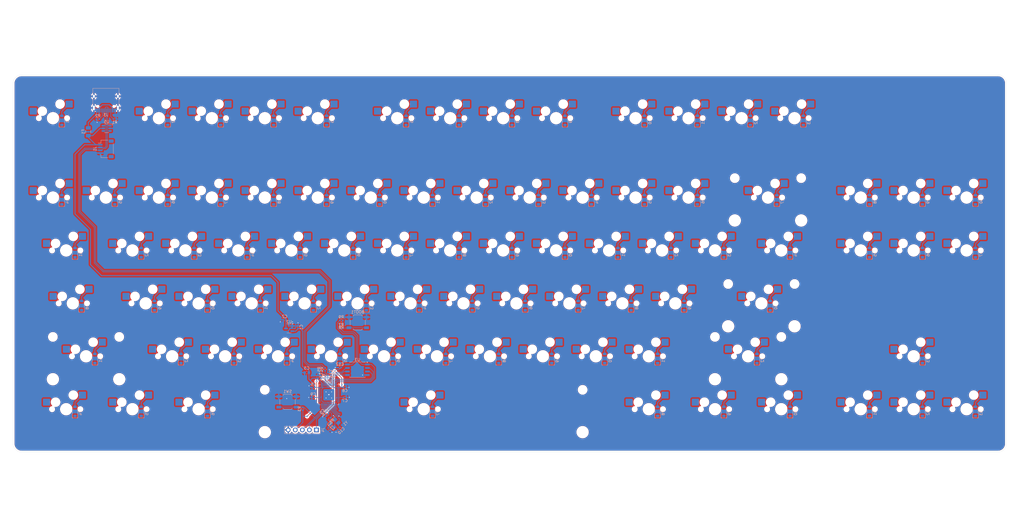
<source format=kicad_pcb>
(kicad_pcb (version 20241229) (generator "pcbnew") (generator_version "9.0")
  (layers (0 "F.Cu" signal) (2 "B.Cu" signal) (13 "F.Paste" user) (15 "B.Paste" user) (5 "F.SilkS" user "F.Silkscreen") (7 "B.SilkS" user "B.Silkscreen") (1 "F.Mask" user) (3 "B.Mask" user) (25 "Edge.Cuts" user))
  (net 0 "")
  (net 1 "GND")
  (net 2 "+3V3")
  (net 3 "+5V")
  (net 4 "+1V1")
  (net 5 "XIN")
  (net 6 "Net-(C11-Pad2)")
  (net 7 "Net-(D1-A)")
  (net 8 "col17")
  (net 9 "Net-(D2-A)")
  (net 10 "Net-(D3-A)")
  (net 11 "Net-(D4-A)")
  (net 12 "Net-(D5-A)")
  (net 13 "Net-(D6-A)")
  (net 14 "Net-(D7-A)")
  (net 15 "Net-(D8-A)")
  (net 16 "Net-(D9-A)")
  (net 17 "Net-(D10-A)")
  (net 18 "Net-(D11-A)")
  (net 19 "Net-(D12-A)")
  (net 20 "Net-(D13-A)")
  (net 21 "Net-(D14-A)")
  (net 22 "row1")
  (net 23 "Net-(D15-A)")
  (net 24 "Net-(D16-A)")
  (net 25 "Net-(D17-A)")
  (net 26 "Net-(D18-A)")
  (net 27 "Net-(D19-A)")
  (net 28 "Net-(D20-A)")
  (net 29 "Net-(D21-A)")
  (net 30 "Net-(D22-A)")
  (net 31 "Net-(D23-A)")
  (net 32 "Net-(D24-A)")
  (net 33 "Net-(D25-A)")
  (net 34 "Net-(D26-A)")
  (net 35 "Net-(D27-A)")
  (net 36 "Net-(D28-A)")
  (net 37 "Net-(D29-A)")
  (net 38 "Net-(D30-A)")
  (net 39 "Net-(D31-A)")
  (net 40 "row2")
  (net 41 "Net-(D32-A)")
  (net 42 "Net-(D33-A)")
  (net 43 "Net-(D34-A)")
  (net 44 "Net-(D35-A)")
  (net 45 "Net-(D36-A)")
  (net 46 "Net-(D37-A)")
  (net 47 "Net-(D38-A)")
  (net 48 "Net-(D39-A)")
  (net 49 "Net-(D40-A)")
  (net 50 "Net-(D41-A)")
  (net 51 "Net-(D42-A)")
  (net 52 "Net-(D43-A)")
  (net 53 "Net-(D44-A)")
  (net 54 "Net-(D45-A)")
  (net 55 "Net-(D46-A)")
  (net 56 "Net-(D47-A)")
  (net 57 "row3")
  (net 58 "Net-(D48-A)")
  (net 59 "Net-(D49-A)")
  (net 60 "Net-(D50-A)")
  (net 61 "Net-(D51-A)")
  (net 62 "Net-(D52-A)")
  (net 63 "Net-(D53-A)")
  (net 64 "Net-(D54-A)")
  (net 65 "Net-(D55-A)")
  (net 66 "Net-(D56-A)")
  (net 67 "Net-(D57-A)")
  (net 68 "Net-(D58-A)")
  (net 69 "Net-(D59-A)")
  (net 70 "Net-(D60-A)")
  (net 71 "row4")
  (net 72 "Net-(D61-A)")
  (net 73 "Net-(D62-A)")
  (net 74 "Net-(D63-A)")
  (net 75 "Net-(D64-A)")
  (net 76 "Net-(D65-A)")
  (net 77 "Net-(D66-A)")
  (net 78 "Net-(D67-A)")
  (net 79 "Net-(D68-A)")
  (net 80 "Net-(D69-A)")
  (net 81 "Net-(D70-A)")
  (net 82 "Net-(D71-A)")
  (net 83 "Net-(D72-A)")
  (net 84 "Net-(D73-A)")
  (net 85 "row5")
  (net 86 "Net-(D74-A)")
  (net 87 "Net-(D75-A)")
  (net 88 "Net-(D76-A)")
  (net 89 "Net-(D77-A)")
  (net 90 "Net-(D78-A)")
  (net 91 "Net-(D79-A)")
  (net 92 "Net-(D80-A)")
  (net 93 "Net-(D81-A)")
  (net 94 "Net-(D82-A)")
  (net 95 "Net-(D83-A)")
  (net 96 "VBUS")
  (net 97 "D+")
  (net 98 "D-")
  (net 100 "Net-(J3-CC2)")
  (net 102 "Net-(J3-CC1)")
  (net 103 "SWC")
  (net 104 "SWD")
  (net 105 "RESET")
  (net 106 "col0")
  (net 107 "col2")
  (net 108 "col3")
  (net 109 "col4")
  (net 110 "col5")
  (net 111 "col6")
  (net 112 "col7")
  (net 113 "col8")
  (net 114 "col9")
  (net 115 "col11")
  (net 116 "col12")
  (net 117 "col13")
  (net 118 "col14")
  (net 119 "col1")
  (net 120 "col10")
  (net 121 "col15")
  (net 122 "col16")
  (net 124 "Net-(U1-USB_DP)")
  (net 125 "Net-(U1-USB_DM)")
  (net 126 "XOUT")
  (net 127 "Q_SEL")
  (net 128 "Net-(R8-Pad2)")
  (net 133 "unconnected-(U1-GPIO17-Pad28)")
  (net 135 "unconnected-(U1-GPIO12-Pad15)")
  (net 136 "Q_IO0")
  (net 142 "Q_IO2")
  (net 144 "Q_CLK")
  (net 146 "Q_IO1")
  (net 150 "unconnected-(U1-GPIO14-Pad17)")
  (net 152 "unconnected-(U1-GPIO15-Pad18)")
  (net 156 "Q_IO3")
  (net 160 "unconnected-(U1-GPIO16-Pad27)")
  (net 162 "unconnected-(U1-GPIO13-Pad16)")
  (net 166 "Net-(BOOT1-Pad2)")
  (net 167 "row0")
  (footprint "MX_Hotswap:MX-Hotswap-1U" (layer "B.Cu") (at 252.4125 156.05125 180)
    (property "Reference" "MX58")
    (property "Value" ";")
  )
  (footprint "MX_Hotswap:MX-Hotswap-1.5U" (layer "B.Cu") (at 261.9375 194.15125 180)
    (property "Reference" "MX78")
    (property "Value" "ALT")
  )
  (footprint "Diode_SMD:D_SOD-123" (layer "B.Cu") (at 112.7125 175.895 90)
    (property "Reference" "D63")
    (property "Value" "D_Small")
  )
  (footprint "Diode_SMD:D_SOD-123" (layer "B.Cu") (at 88.9 90.17 90)
    (property "Reference" "D2")
    (property "Value" "D_Small")
  )
  (footprint "Diode_SMD:D_SOD-123" (layer "B.Cu") (at 184.15 194.945 90)
    (property "Reference" "D77")
    (property "Value" "D_Small")
  )
  (footprint "Diode_SMD:D_SOD-123" (layer "B.Cu") (at 203.2 118.745 90)
    (property "Reference" "D22")
    (property "Value" "D_Small")
  )
  (footprint "Resistor_SMD:R_0402_1005Metric" (layer "B.Cu") (at 69.85 89.69375)
    (property "Reference" "R1")
    (property "Value" "5.1k")
  )
  (footprint "MX_Hotswap:MX-Hotswap-1.5U" (layer "B.Cu") (at 52.3875 194.15125 180)
    (property "Reference" "MX74")
    (property "Value" "CTRL")
  )
  (footprint "Capacitor_SMD:C_0402_1005Metric" (layer "B.Cu") (at 150.505007 201.068613 45)
    (property "Reference" "C10")
    (property "Value" "22pF")
  )
  (footprint "Connector_PinHeader_2.54mm:PinHeader_1x05_P2.54mm_Vertical" (layer "B.Cu") (at 142.39375 201.6125 90)
    (property "Reference" "J4")
    (property "Value" "Conn_01x05")
  )
  (footprint "MX_Hotswap:MX-Hotswap-1.5U" (layer "B.Cu") (at 309.5625 194.15125 180)
    (property "Reference" "MX80")
    (property "Value" "CTRL")
  )
  (footprint "Capacitor_SMD:C_0402_1005Metric" (layer "B.Cu") (at 142.913379 182.509896 90)
    (property "Reference" "C14")
    (property "Value" "100nF")
  )
  (footprint "MX_Hotswap:MX-Hotswap-1U" (layer "B.Cu") (at 285.75 137.00125 180)
    (property "Reference" "MX43")
    (property "Value" "]")
  )
  (footprint "MX_Hotswap:MX-Hotswap-1U" (layer "B.Cu") (at 261.9375 175.10125 180)
    (property "Reference" "MX71")
    (property "Value" "/")
  )
  (footprint "Diode_SMD:D_SOD-123" (layer "B.Cu") (at 69.85 118.745 90)
    (property "Reference" "D15")
    (property "Value" "D_Small")
  )
  (footprint "Diode_SMD:D_SOD-123" (layer "B.Cu") (at 274.6375 156.845 90)
    (property "Reference" "D59")
    (property "Value" "D_Small")
  )
  (footprint "Diode_SMD:D_SOD-123" (layer "B.Cu") (at 260.35 118.745 90)
    (property "Reference" "D25")
    (property "Value" "D_Small")
  )
  (footprint "MX_Hotswap:MX-Hotswap-1U" (layer "B.Cu") (at 166.6875 175.10125 180)
    (property "Reference" "MX66")
    (property "Value" "B")
  )
  (footprint "Resistor_SMD:R_0402_1005Metric" (layer "B.Cu") (at 151.325 164.91875 180)
    (property "Reference" "R7")
    (property "Value" "1k")
  )
  (footprint "Diode_SMD:D_SOD-123" (layer "B.Cu") (at 57.94375 156.845 90)
    (property "Reference" "D48")
    (property "Value" "D_Small")
  )
  (footprint "Diode_SMD:D_SOD-123" (layer "B.Cu") (at 207.9625 175.895 90)
    (property "Reference" "D68")
    (property "Value" "D_Small")
  )
  (footprint "MX_Hotswap:MX-Hotswap-1.5U" (layer "B.Cu") (at 52.3875 137.00125 180)
    (property "Reference" "MX31")
    (property "Value" "TAB")
  )
  (footprint "Diode_SMD:D_SOD-123" (layer "B.Cu") (at 79.375 137.795 90)
    (property "Reference" "D32")
    (property "Value" "D_Small")
  )
  (footprint "MX_Hotswap:MX-Hotswap-1U" (layer "B.Cu") (at 195.2625 156.05125 180)
    (property "Reference" "MX55")
    (property "Value" "J")
  )
  (footprint "Diode_SMD:D_SOD-123" (layer "B.Cu") (at 288.925 194.945 90)
    (property "Reference" "D79")
    (property "Value" "D_Small")
  )
  (footprint "MX_Hotswap:MX-Hotswap-1U" (layer "B.Cu") (at 247.65 137.00125 180)
    (property "Reference" "MX41")
    (property "Value" "P")
  )
  (footprint "Diode_SMD:D_SOD-123" (layer "B.Cu") (at 227.0125 175.895 90)
    (property "Reference" "D69")
    (property "Value" "D_Small")
  )
  (footprint "Resistor_SMD:R_0402_1005Metric" (layer "B.Cu") (at 144.5 179.795439 -90)
    (property "Reference" "R5")
    (property "Value" "27")
  )
  (footprint "MX_Hotswap:MX-Hotswap-1U" (layer "B.Cu") (at 171.45 89.37625 180)
    (property "Reference" "MX6")
    (property "Value" "F5")
  )
  (footprint "Capacitor_SMD:C_0402_1005Metric" (layer "B.Cu") (at 143.929749 182.507323 90)
    (property "Reference" "C4")
    (property "Value" "1uF")
  )
  (footprint "Button_Switch_SMD:SW_SPST_TL3342" (layer "B.Cu") (at 157.24375 162.9125 180)
    (property "Reference" "BOOT1")
    (property "Value" "SW_Push")
  )
  (footprint "Diode_SMD:D_SOD-123" (layer "B.Cu") (at 188.9125 175.895 90)
    (property "Reference" "D67")
    (property "Value" "D_Small")
  )
  (footprint "MX_Hotswap:MX-Hotswap-2.75U" (layer "B.Cu") (at 297.65625 175.10125 180)
    (property "Reference" "MX72")
    (property "Value" "SHIFT")
  )
  (footprint "Diode_SMD:D_SOD-123" (layer "B.Cu") (at 88.9 118.745 90)
    (property "Reference" "D16")
    (property "Value" "D_Small")
  )
  (footprint "MX_Hotswap:MX-Hotswap-1U" (layer "B.Cu") (at 357.1875 194.15125 180)
    (property "Reference" "MX82")
    (property "Value" "DOWN")
  )
  (footprint "MX_Hotswap:MX-Hotswap-1U" (layer "B.Cu") (at 119.0625 156.05125 180)
    (property "Reference" "MX51")
    (property "Value" "D")
  )
  (footprint "Diode_SMD:D_SOD-123" (layer "B.Cu") (at 231.775 137.795 90)
    (property "Reference" "D40")
    (property "Value" "D_Small")
  )
  (footprint "MX_Hotswap:MX-Hotswap-1U" (layer "B.Cu") (at 266.7 137.00125 180)
    (property "Reference" "MX42")
    (property "Value" "[")
  )
  (footprint "MX_Hotswap:MX-Hotswap-1U" (layer "B.Cu") (at 180.975 117.95125 180)
    (property "Reference" "MX21")
    (property "Value" "7")
  )
  (footprint "MX_Hotswap:MX-Hotswap-1U" (layer "B.Cu") (at 185.7375 175.10125 180)
    (property "Reference" "MX67")
    (property "Value" "N")
  )
  (footprint "MX_Hotswap:MX-Hotswap-1U" (layer "B.Cu") (at 276.225 89.37625 180)
    (property "Reference" "MX11")
    (property "Value" "F10")
  )
  (footprint "MX_Hotswap:MX-Hotswap-1U" (layer "B.Cu") (at 176.2125 156.05125 180)
    (property "Reference" "MX54")
    (property "Value" "H")
  )
  (footprint "Diode_SMD:D_SOD-123" (layer "B.Cu") (at 136.525 137.795 90)
    (property "Reference" "D35")
    (property "Value" "D_Small")
  )
  (footprint "Diode_SMD:D_SOD-123" (layer "B.Cu") (at 222.25 118.745 90)
    (property "Reference" "D23")
    (property "Value" "D_Small")
  )
  (footprint "MX_Hotswap:MX-Hotswap-1U" (layer "B.Cu") (at 242.8875 175.10125 180)
    (property "Reference" "MX70")
    (property "Value" ".")
  )
  (footprint "Diode_SMD:D_SOD-123" (layer "B.Cu") (at 379.4125 194.945 90)
    (property "Reference" "D83")
    (property "Value" "D_Small")
  )
  (footprint "Capacitor_SMD:C_0603_1608Metric" (layer "B.Cu") (at 138.90625 180.975 180)
    (property "Reference" "C3")
    (property "Value" "10uF")
  )
  (footprint "MX_Hotswap:MX-Hotswap-1U" (layer "B.Cu") (at 85.725 117.95125 180)
    (property "Reference" "MX16")
    (property "Value" "2")
  )
  (footprint "MX_Hotswap:MX-Hotswap-1.5U" (layer "B.Cu") (at 100.0125 194.15125 180)
    (property "Reference" "MX76")
    (property "Value" "ALT")
  )
  (footprint "Package_TO_SOT_SMD:SOT-23-3" (layer "B.Cu") (at 132.55625 165.1 180)
    (property "Reference" "U2")
    (property "Value" "XC6206PxxxMR")
  )
  (footprint "Diode_SMD:D_SOD-123" (layer "B.Cu") (at 236.5375 156.845 90)
    (property "Reference" "D57")
    (property "Value" "D_Small")
  )
  (footprint "MX_Hotswap:MX-Hotswap-1U" (layer "B.Cu") (at 90.4875 175.10125 180)
    (property "Reference" "MX62")
    (property "Value" "Z")
  )
  (footprint "Diode_SMD:D_SOD-123" (layer "B.Cu") (at 341.3125 137.795 90)
    (property "Reference" "D45")
    (property "Value" "D_Small")
  )
  (footprint "Diode_SMD:D_SOD-123" (layer "B.Cu") (at 298.45 90.17 90)
    (property "Reference" "D12")
    (property "Value" "D_Small")
  )
  (footprint "Diode_SMD:D_SOD-123" (layer "B.Cu") (at 341.3125 194.945 90)
    (property "Reference" "D81")
    (property "Value" "D_Small")
  )
  (footprint "MX_Hotswap:MX-Hotswap-1U" (layer "B.Cu") (at 228.6 137.00125 180)
    (property "Reference" "MX40")
    (property "Value" "O")
  )
  (footprint "Diode_SMD:D_SOD-123" (layer "B.Cu") (at 103.1875 194.945 90)
    (property "Reference" "D76")
    (property "Value" "D_Small")
  )
  (footprint "MX_Hotswap:MX-Hotswap-1U" (layer "B.Cu") (at 338.1375 117.95125 180)
    (property "Reference" "MX28")
    (property "Value" "Insert")
  )
  (footprint "MX_Hotswap:MX-Hotswap-1U" (layer "B.Cu") (at 338.1375 194.15125 180)
    (property "Reference" "MX81")
    (property "Value" "LEFT")
  )
  (footprint "Diode_SMD:D_SOD-123" (layer "B.Cu") (at 169.8625 175.895 90)
    (property "Reference" "D66")
    (property "Value" "D_Small")
  )
  (footprint "MX_Hotswap:MX-Hotswap-1U" (layer "B.Cu") (at 142.875 117.95125 180)
    (property "Reference" "MX19")
    (property "Value" "5")
  )
  (footprint "Button_Switch_SMD:SW_SPST_TL3342" (layer "B.Cu") (at 132 191.5 180)
    (property "Reference" "SW1")
    (property "Value" "SW_Push")
  )
  (footprint "Diode_SMD:D_SOD-123" (layer "B.Cu") (at 93.6625 175.895 90)
    (property "Reference" "D62")
    (property "Value" "D_Small")
  )
  (footprint "MX_Hotswap:MX-Hotswap-1U" (layer "B.Cu") (at 295.275 89.37625 180)
    (property "Reference" "MX12")
    (property "Value" "F11")
  )
  (footprint "MX_Hotswap:MX-Hotswap-1U" (layer "B.Cu") (at 114.3 137.00125 180)
    (property "Reference" "MX34")
    (property "Value" "E")
  )
  (footprint "Diode_SMD:D_SOD-123" (layer "B.Cu") (at 127 90.17 90)
    (property "Reference" "D4")
    (property "Value" "D_Small")
  )
  (footprint "Diode_SMD:D_SOD-123" (layer "B.Cu") (at 231.775 90.17 90)
    (property "Reference" "D9")
    (property "Value" "D_Small")
  )
  (footprint "Diode_SMD:D_SOD-123" (layer "B.Cu") (at 174.625 137.795 90)
    (property "Reference" "D37")
    (property "Value" "D_Small")
  )
  (footprint "Diode_SMD:D_SOD-123" (layer "B.Cu") (at 174.625 90.17 90)
    (property "Reference" "D6")
    (property "Value" "D_Small")
  )
  (footprint "Diode_SMD:D_SOD-123" (layer "B.Cu") (at 141.2875 156.845 90)
    (property "Reference" "D52")
    (property "Value" "D_Small")
  )
  (footprint "Diode_SMD:D_SOD-123" (layer "B.Cu") (at 198.4375 156.845 90)
    (property "Reference" "D55")
    (property "Value" "D_Small")
  )
  (footprint "Diode_SMD:D_SOD-123" (layer "B.Cu") (at 250.825 137.795 90)
    (property "Reference" "D41")
    (property "Value" "D_Small")
  )
  (footprint "Diode_SMD:D_SOD-123" (layer "B.Cu") (at 179.3875 156.845 90)
    (property "Reference" "D54")
    (property "Value" "D_Small")
  )
  (footprint "Capacitor_SMD:C_0402_1005Metric" (layer "B.Cu") (at 147.513311 181.429849 90)
    (property "Reference" "C13")
    (property "Value" "100nF")
  )
  (footprint "Diode_SMD:D_SOD-123" (layer "B.Cu") (at 50.8 118.745 90)
    (property "Reference" "D14")
    (property "Value" "D_Small")
  )
  (footprint "Diode_SMD:D_SOD-123" (layer "B.Cu") (at 155.575 137.795 90)
    (property "Reference" "D36")
    (property "Value" "D_Small")
  )
  (footprint "Diode_SMD:D_SOD-123" (layer "B.Cu") (at 360.3625 118.745 90)
    (property "Reference" "D29")
    (property "Value" "D_Small")
  )
  (footprint "Diode_SMD:D_SOD-123" (layer "B.Cu") (at 265.1125 175.895 90)
    (property "Reference" "D71")
    (property "Value" "D_Small")
  )
  (footprint "MX_Hotswap:MX-Hotswap-1.75U" (layer "B.Cu") (at 54.76875 156.05125 180)
    (property "Reference" "MX48")
    (property "Value" "CAPS LOCK")
  )
  (footprint "Diode_SMD:D_SOD-123" (layer "B.Cu") (at 212.725 137.795 90)
    (property "Reference" "D39")
    (property "Value" "D_Small")
  )
  (footprint "MX_Hotswap:MX-Hotswap-7U" (layer "B.Cu") (at 180.975 194.15125 180)
    (property "Reference" "MX77")
    (property "Value" "SPACE")
  )
  (footprint "Connector_USB:USB_C_Receptacle_HRO_TYPE-C-31-M-12" (layer "B.Cu") (at 66.675 82.55)
    (property "Reference" "J3")
    (property "Value" "USB_C_Receptacle_USB2.0_16P")
  )
  (footprint "MX_Hotswap:MX-Hotswap-1U" (layer "B.Cu") (at 190.5 137.00125 180)
    (property "Reference" "MX38")
    (property "Value" "U")
  )
  (footprint "MX_Hotswap:MX-Hotswap-1U" (layer "B.Cu") (at 238.125 117.95125 180)
    (property "Reference" "MX24")
    (property "Value" "0")
  )
  (footprint "Capacitor_SMD:C_0402_1005Metric" (layer "B.Cu") (at 130.96875 161.925 180)
    (property "Reference" "C2")
    (property "Value" "1uF")
  )
  (footprint "Diode_SMD:D_SOD-123" (layer "B.Cu") (at 131.7625 175.895 90)
    (property "Reference" "D64")
    (property "Value" "D_Small")
  )
  (footprint "MX_Hotswap:MX-Hotswap-1U" (layer "B.Cu") (at 85.725 89.37625 180)
    (property "Reference" "MX2")
    (property "Value" "F1")
  )
  (footprint "Diode_SMD:D_SOD-123" (layer "B.Cu") (at 265.1125 194.945 90)
    (property "Reference" "D78")
    (property "Value" "D_Small")
  )
  (footprint "Capacitor_SMD:C_0402_1005Metric" (layer "B.Cu") (at 152.640395 189.893662)
    (property "Reference" "C7")
    (property "Value" "100nF")
  )
  (footprint "MX_Hotswap:MX-Hotswap-1U" (layer "B.Cu") (at 357.1875 117.95125 180)
    (property "Reference" "MX29")
    (property "Value" "Home")
  )
  (footprint "MX_Hotswap:MX-Hotswap-1U" (layer "B.Cu") (at 80.9625 156.05125 180)
    (property "Reference" "MX49")
    (property "Value" "A")
  )
  (footprint "Diode_SMD:D_SOD-123" (layer "B.Cu") (at 84.1375 156.845 90)
    (property "Reference" "D49")
    (property "Value" "D_Small")
  )
  (footprint "Diode_SMD:D_SOD-123" (layer "B.Cu") (at 107.95 118.745 90)
    (property "Reference" "D17")
    (property "Value" "D_Small")
  )
  (footprint "Capacitor_SMD:C_0402_1005Metric" (layer "B.Cu") (at 146.502218 181.426005 90)
    (property "Reference" "C15")
    (property "Value" "100nF")
  )
  (footprint "MX_Hotswap:MX-Hotswap-1U" (layer "B.Cu") (at 357.1875 175.10125 180)
    (property "Reference" "MX73")
    (property "Value" "UP")
  )
  (footprint "MX_Hotswap:MX-Hotswap-1U" (layer "B.Cu") (at 209.55 137.00125 180)
    (property "Reference" "MX39")
    (property "Value" "I")
  )
  (footprint "MX_Hotswap:MX-Hotswap-1U" (layer "B.Cu") (at 157.1625 156.05125 180)
    (property "Reference" "MX53")
    (property "Value" "G")
  )
  (footprint "Crystal:Crystal_SMD_3225-4Pin_3.2x2.5mm" (layer "B.Cu") (at 148.878858 199.246249 45)
    (property "Reference" "Y1")
    (property "Value" "Crystal_GND24_Small")
  )
  (footprint "Diode_SMD:D_SOD-123" (layer "B.Cu") (at 79.375 194.945 90)
    (property "Reference" "D75")
    (property "Value" "D_Small")
  )
  (footprint "Capacitor_SMD:C_0402_1005Metric" (layer "B.Cu") (at 135.80625 164.65 90)
    (property "Reference" "C1")
    (property "Value" "1uF")
  )
  (footprint "Package_SO:SOIC-8_5.3x5.3mm_P1.27mm" (layer "B.Cu") (at 157.124927 179.935878 180)
    (property "Reference" "U3")
    (property "Value" "W25Q128JVS")
  )
  (footprint "MX_Hotswap:MX-Hotswap-1U" (layer "B.Cu") (at 204.7875 175.10125 180)
    (property "Reference" "MX68")
    (property "Value" "M")
  )
  (footprint "MX_Hotswap:MX-Hotswap-1U" (layer "B.Cu") (at 376.2375 117.95125 180)
    (property "Reference" "MX30")
    (property "Value" "PgUp")
  )
  (footprint "MX_Hotswap:MX-Hotswap-1U" (layer "B.Cu") (at 104.775 117.95125 180)
    (property "Reference" "MX17")
    (property "Value" "3")
  )
  (footprint "MX_Hotswap:MX-Hotswap-2.25U" (layer "B.Cu") (at 59.53125 175.10125 180)
    (property "Reference" "MX61")
    (property "Value" "SHIFT")
  )
  (footprint "Diode_SMD:D_SOD-123" (layer "B.Cu") (at 127 118.745 90)
    (property "Reference" "D18")
    (property "Value" "D_Small")
  )
  (footprint "Diode_SMD:D_SOD-123" (layer "B.Cu") (at 241.3 118.745 90)
    (property "Reference" "D24")
    (property "Value" "D_Small")
  )
  (footprint "Capacitor_SMD:C_0402_1005Metric" (layer "B.Cu") (at 152.61988 186.285439)
    (property "Reference" "C8")
    (property "Value" "100nF")
  )
  (footprint "Capacitor_SMD:C_0402_1005Metric" (layer "B.Cu") (at 146.355305 196.167691 -135)
    (property "Reference" "C16")
    (property "Value" "100nF")
  )
  (footprint "Diode_SMD:D_SOD-123" (layer "B.Cu") (at 62.70625 175.895 90)
    (property "Reference" "D61")
    (property "Value" "D_Small")
  )
  (footprint "Diode_SMD:D_SOD-123" (layer "B.Cu") (at 55.5625 137.795 90)
    (property "Reference" "D31")
    (property "Value" "D_Small")
  )
  (footprint "Resistor_SMD:R_0402_1005Metric" (layer "B.Cu") (at 151.325 162.147926 180)
    (property "Reference" "R9")
    (property "Value" "5.1k")
  )
  (footprint "Capacitor_SMD:C_0402_1005Metric" (layer "B.Cu") (at 146.94998 201.225102 135)
    (property "Reference" "C11")
    (property "Value" "22pF")
  )
  (footprint "MX_Hotswap:MX-Hotswap-1U" (layer "B.Cu") (at 95.25 137.00125 180)
    (property "Reference" "MX33")
    (property "Value" "W")
  )
  (footprint "PCM_marbastlib-various:SOT-23-6-routable" (layer "B.Cu") (at 66.936698 93.025 180)
    (property "Reference" "U5")
    (property "Value" "SRV05-4")
  )
  (footprint "MX_Hotswap:MX-Hotswap-1U" (layer "B.Cu") (at 128.5875 175.10125 180)
    (property "Reference" "MX64")
    (property "Value" "C")
  )
  (footprint "MX_Hotswap:MX-Hotswap-1U" (layer "B.Cu") (at 171.45 137.00125 180)
    (property "Reference" "MX37")
    (property "Value" "Y")
  )
  (footprint "Diode_SMD:D_SOD-123" (layer "B.Cu") (at 165.1 118.745 90)
    (property "Reference" "D20")
    (property "Value" "D_Small")
  )
  (footprint "Diode_SMD:D_SOD-123" (layer "B.Cu") (at 212.725 90.17 90)
    (property "Reference" "D8")
    (property "Value" "D_Small")
  )
  (footprint "Diode_SMD:D_SOD-123" (layer "B.Cu") (at 122.2375 156.845 90)
    (property "Reference" "D51")
    (property "Value" "D_Small")
  )
  (footprint "Diode_SMD:D_SOD-123" (layer "B.Cu") (at 184.15 118.745 90)
    (property "Reference" "D21")
    (property "Value" "D_Small")
  )
  (footprint "Resistor_SMD:R_0402_1005Metric" (layer "B.Cu") (at 151.325 163.51875)
    (property "Reference" "R8")
    (property "Value" "5.1k")
  )
  (footprint "Diode_SMD:D_SOD-123" (layer "B.Cu") (at 279.4 90.17 90)
    (property "Reference" "D11")
    (property "Value" "D_Small")
  )
  (footprint "MX_Hotswap:MX-Hotswap-1U" (layer "B.Cu") (at 100.0125 156.05125 180)
    (property "Reference" "MX50")
    (property "Value" "S")
  )
  (footprint "Diode_SMD:D_SOD-123" (layer "B.Cu") (at 98.425 137.795 90)
    (property "Reference" "D33")
    (property "Value" "D_Small")
  )
  (footprint "MX_Hotswap:MX-Hotswap-1U" (layer "B.Cu") (at 257.175 89.37625 180)
    (property "Reference" "MX10")
    (property "Value" "F9")
  )
  (footprint "Diode_SMD:D_SOD-123" (layer "B.Cu") (at 255.5875 156.845 90)
    (property "Reference" "D58")
    (property "Value" "D_Small")
  )
  (footprint "Diode_SMD:D_SOD-123" (layer "B.Cu") (at 103.1875 156.845 90)
    (property "Reference" "D50")
    (property "Value" "D_Small")
  )
  (footprint "Resistor_SMD:R_0402_1005Metric" (layer "B.Cu") (at 147.126982 197.614375 45)
    (property "Reference" "R6")
    (property "Value" "1k")
  )
  (footprint "MX_Hotswap:MX-Hotswap-1U" (layer "B.Cu") (at 285.75 194.15125 180)
    (property "Reference" "MX79")
    (property "Value" "FN")
  )
  (footprint "MX_Hotswap:MX-Hotswap-1U" (layer "B.Cu") (at 276.225 117.95125 180)
    (property "Reference" "MX26")
    (property "Value" "=")
  )
  (footprint "Diode_SMD:D_SOD-123" (layer "B.Cu") (at 279.4 118.745 90)
    (property "Reference" "D26")
    (property "Value" "D_Small")
  )
  (footprint "MX_Hotswap:MX-Hotswap-1U" (layer "B.Cu") (at 47.625 117.95125 180)
    (property "Reference" "MX14")
    (property "Value" "`")
  )
  (footprint "Diode_SMD:D_SOD-123" (layer "B.Cu") (at 146.05 118.745 90)
    (property "Reference" "D19")
    (property "Value" "D_Small")
  )
  (footprint "MX_Hotswap:MX-Hotswap-2U" (layer "B.Cu") (at 304.8 117.95125 180)
    (property "Reference" "MX27")
    (property "Value" "BACKSPACE")
  )
  (footprint "Diode_SMD:D_SOD-123" (layer "B.Cu") (at 341.3125 118.745 90)
    (property "Reference" "D28")
    (property "Value" "D_Small")
  )
  (footprint "Diode_SMD:D_SOD-123" (layer "B.Cu") (at 360.3625 194.945 90)
    (property "Reference" "D82")
    (property "Value" "D_Small")
  )
  (footprint "Diode_SMD:D_SOD-123" (layer "B.Cu") (at 288.925 137.795 90)
    (property "Reference" "D43")
    (property "Value" "D_Small")
  )
  (footprint "MX_Hotswap:MX-Hotswap-1U" (layer "B.Cu") (at 357.1875 137.00125 180)
    (property "Reference" "MX46")
    (property "Value" "End")
  )
  (footprint "MX_Hotswap:MX-Hotswap-1U" (layer "B.Cu") (at 109.5375 175.10125 180)
    (property "Reference" "MX63")
    (property "Value" "X")
  )
  (footprint "MX_Hotswap:MX-Hotswap-1U" (layer "B.Cu") (at 133.35 137.00125 180)
    (property "Reference" "MX35")
    (property "Value" "R")
  )
  (footprint "Diode_SMD:D_SOD-123" (layer "B.Cu") (at 107.95 90.17 90)
    (property "Reference" "D3")
    (property "Value" "D_Small")
  )
  (footprint "MX_Hotswap:MX-Hotswap-2.25U" (layer "B.Cu") (at 302.41875 156.05125 180)
    (property "Reference" "MX60")
    (property "Value" "ENTER")
  )
  (footprint "MX_Hotswap:MX-Hotswap-1U" (layer "B.Cu") (at 66.675 117.95125 180)
    (property "Reference" "MX15")
    (property "Value" "1")
  )
  (footprint "Capacitor_SMD:C_0402_1005Metric" (layer "B.Cu") (at 141.2875 186.285737 180)
    (property "Reference" "C6")
    (property "Value" "1uF")
  )
  (footprint "Diode_SMD:D_SOD-123" (layer "B.Cu") (at 217.4875 156.845 90)
    (property "Reference" "D56")
    (property "Value" "D_Small")
  )
  (footprint "Diode_SMD:D_SOD-123" (layer "B.Cu") (at 269.875 137.795 90)
    (property "Reference" "D42")
    (property "Value" "D_Small")
  )
  (footprint "MX_Hotswap:MX-Hotswap-1U" (layer "B.Cu") (at 47.625 89.37625 180)
    (property "Reference" "MX1")
    (property "Value" "ESC")
  )
  (footprint "MX_Hotswap:MX-Hotswap-1U" (layer "B.Cu") (at 376.2375 137.00125 180)
    (property "Reference" "MX47")
    (property "Value" "PgDn")
  )
  (footprint "MX_Hotswap:MX-Hotswap-1U" (layer "B.Cu") (at 271.4625 156.05125 180)
    (property "Reference" "MX59")
    (property "Value" "'")
  )
  (footprint "Diode_SMD:D_SOD-123" (layer "B.Cu") (at 55.5625 194.945 90)
    (property "Reference" "D74")
    (property "Value" "D_Small")
  )
  (footprint "Diode_SMD:D_SOD-123" (layer "B.Cu") (at 193.675 137.795 90)
    (property "Reference" "D38")
    (property "Value" "D_Small")
  )
  (footprint "Diode_SMD:D_SOD-123" (layer "B.Cu") (at 317.5 90.17 90)
    (property "Reference" "D13")
    (property "Value" "D_Small")
  )
  (footprint "MX_Hotswap:MX-Hotswap-1U" (layer "B.Cu") (at 123.825 117.95125 180)
    (property "Reference" "MX18")
    (property "Value" "4")
  )
  (footprint "Diode_SMD:D_SOD-123" (layer "B.Cu") (at 160.3375 156.845 90)
    (property "Reference" "D53")
    (property "Value" "D_Small")
  )
  (footprint "MX_Hotswap:MX-Hotswap-1U" (layer "B.Cu") (at 200.025 117.95125 180)
    (property "Reference" "MX22")
    (property "Value" "8")
  )
  (footprint "MX_Hotswap:MX-Hotswap-1U" (layer "B.Cu") (at 161.925 117.95125 180)
    (property "Reference" "MX20")
    (property "Value" "6")
  )
  (footprint "Diode_SMD:D_SOD-123" (layer "B.Cu") (at 150.8125 175.895 90)
    (property "Reference" "D65")
    (property "Value" "D_Small")
  )
  (footprint "Diode_SMD:D_SOD-123" (layer "B.Cu") (at 312.7375 137.795 90)
    (property "Reference" "D44")
    (property "Value" "D_Small")
  )
  (footprint "Capacitor_SMD:C_0402_1005Metric" (layer "B.Cu") (at 145.233259 195.789937 -135)
    (property "Reference" "C5")
    (property "Value" "100nF")
  )
  (footprint "MX_Hotswap:MX-Hotswap-1U" (layer "B.Cu") (at 190.5 89.37625 180)
    (property "Reference" "MX7")
    (property "Value" "F6")
  )
  (footprint "MX_Hotswap:MX-Hotswap-1U" (layer "B.Cu") (at 314.325 89.37625 180)
    (property "Reference" "MX13")
    (property "Value" "F12")
  )
  (footprint "MX_Hotswap:MX-Hotswap-1U" (layer "B.Cu") (at 228.6 89.37625 180)
    (property "Reference" "MX9")
    (property "Value" "F8")
  )
  (footprint "MX_Hotswap:MX-Hotswap-1U" (layer "B.Cu") (at 376.2375 194.15125 180)
    (property "Reference" "MX83")
    (property "Value" "RIGHT")
  )
  (footprint "MX_Hotswap:MX-Hotswap-1U" (layer "B.Cu") (at 104.775 89.37625 180)
    (property "Reference" "MX3")
    (property "Value" "F2")
  )
  (footprint "MX_Hotswap:MX-Hotswap-1U" (layer "B.Cu") (at 138.1125 156.05125 180)
    (property "Reference" "MX52")
    (property "Value" "F")
  )
  (footprint "Diode_SMD:D_SOD-123" (layer "B.Cu") (at 246.0625 175.895 90)
    (property "Reference" "D70")
    (property "Value" "D_Small")
  )
  (footprint "Connector_JST:JST_SH_SM04B-SRSS-TB_1x04-1MP_P1.00mm_Horizontal" (layer "B.Cu") (at 66.675 100.43125 -90)
    (property "Reference" "J1")
    (property "Value" "Conn_01x04")
  )
  (footprint "Package_DFN_QFN:QFN-56-1EP_7x7mm_P0.4mm_EP3.2x3.2mm" (layer "B.Cu") (at 146.84375 188.9125 180)
    (property "Reference" "U1")
    (property "Value" "RP2040")
  )
  (footprint "MX_Hotswap:MX-Hotswap-1U" (layer "B.Cu") (at 123.825 89.37625 180)
    (property "Reference" "MX4")
    (property "Value" "F3")
  )
  (footprint "Diode_SMD:D_SOD-123" (layer "B.Cu") (at 305.59375 156.845 90)
    (property "Reference" "D60")
    (property "Value" "D_Small")
  )
  (footprint "MX_Hotswap:MX-Hotswap-1U" (layer "B.Cu") (at 233.3625 156.05125 180)
    (property "Reference" "MX57")
    (property "Value" "L")
  )
  (footprint "Resistor_SMD:R_0402_1005Metric" (layer "B.Cu") (at 145.517155 179.797544 -90)
    (property "Reference" "R4")
    (property "Value" "27")
  )
  (footprint "Diode_SMD:D_SOD-123" (layer "B.Cu") (at 312.7375 194.945 90)
    (property "Reference" "D80")
    (property "Value" "D_Small")
  )
  (footprint "Diode_SMD:D_SOD-123" (layer "B.Cu") (at 379.4125 137.795 90)
    (property "Reference" "D47")
    (property "Value" "D_Small")
  )
  (footprint "Diode_SMD:D_SOD-123" (layer "B.Cu") (at 360.3625 137.795 90)
    (property "Reference" "D46")
    (property "Value" "D_Small")
  )
  (footprint "MX_Hotswap:MX-Hotswap-1U" (layer "B.Cu") (at 76.2 137.00125 180)
    (property "Reference" "MX32")
    (property "Value" "Q")
  )
  (footprint "MX_Hotswap:MX-Hotswap-1U" (layer "B.Cu") (at 257.175 117.95125 180)
    (property "Reference" "MX25")
    (property "Value" "-")
  )
  (footprint "Capacitor_SMD:C_0402_1005Metric" (layer "B.Cu") (at 141.232297 189.913629 180)
    (property "Reference" "C9")
    (property "Value" "100nF")
  )
  (footprint "Diode_SMD:D_SOD-123" (layer "B.Cu") (at 117.475 137.795 90)
    (property "Reference" "D34")
    (property "Value" "D_Small")
  )
  (footprint "Capacitor_SMD:C_0402_1005Metric" (layer "B.Cu") (at 150.778138 179.130304 180)
    (property "Reference" "C12")
    (property "Value" "1uF")
  )
  (footprint "Fuse:Fuse_1206_3216Metric" (layer "B.Cu") (at 60.325 94.268749 -90)
    (property "Reference" "F1")
    (property "Value" "Fuse_Small")
  )
  (footprint "MX_Hotswap:MX-Hotswap-1U" (layer "B.Cu") (at 219.075 117.95125 180)
    (property "Reference" "MX23")
    (property "Value" "9")
  )
  (footprint "Diode_SMD:D_SOD-123" (layer "B.Cu") (at 50.8 90.17 90)
    (property "Reference" "D1")
    (property "Value" "D_Small")
  )
  (footprint "MX_Hotswap:MX-Hotswap-1U" (layer "B.Cu") (at 214.3125 156.05125 180)
    (property "Reference" "MX56")
    (property "Value" "K")
  )
  (footprint "Resistor_SMD:R_0402_1005Metric" (layer "B.Cu") (at 137.5 194 -90)
    (property "Reference" "R3")
    (property "Value" "5.1k")
  )
  (footprint "MX_Hotswap:MX-Hotswap-1U" (layer "B.Cu") (at 76.2 194.15125 180)
    (property "Reference" "MX75")
    (property "Value" "WIN")
  )
  (footprint "Diode_SMD:D_SOD-123" (layer "B.Cu") (at 260.35 90.17 90)
    (property "Reference" "D10")
    (property "Value" "D_Small")
  )
  (footprint "Diode_SMD:D_SOD-123" (layer "B.Cu") (at 379.4125 118.745 90)
    (property "Reference" "D30")
    (property "Value" "D_Small")
  )
  (footprint "MX_Hotswap:MX-Hotswap-1U" (layer "B.Cu") (at 142.875 89.37625 180)
    (property "Reference" "MX5")
    (property "Value" "F4")
  )
  (footprint "Diode_SMD:D_SOD-123" (layer "B.Cu") (at 193.675 90.17 90)
    (property "Reference" "D7")
    (property "Value" "D_Small")
  )
  (footprint "Diode_SMD:D_SOD-123" (layer "B.Cu") (at 307.975 118.745 90)
    (property "Reference" "D27")
    (property "Value" "D_Small")
  )
  (footprint "MX_Hotswap:MX-Hotswap-1.5U" (layer "B.Cu") (at 309.5625 137.00125 180)
    (property "Reference" "MX44")
    (property "Value" "\\")
  )
  (footprint "MX_Hotswap:MX-Hotswap-1U" (layer "B.Cu") (at 152.4 137.00125 180)
    (property "Reference" "MX36")
    (property "Value" "T")
  )
  (footprint "MX_Hotswap:MX-Hotswap-1U" (layer "B.Cu") (at 338.1375 137.00125 180)
    (property "Reference" "MX45")
    (property "Value" "Delete")
  )
  (footprint "MX_Hotswap:MX-Hotswap-1U" (layer "B.Cu") (at 209.55 89.37625 180)
    (property "Reference" "MX8")
    (property "Value" "F7")
  )
  (footprint "MX_Hotswap:MX-Hotswap-1U" (layer "B.Cu") (at 147.6375 175.10125 180)
    (property "Reference" "MX65")
    (property "Value" "V")
  )
  (footprint "MX_Hotswap:MX-Hotswap-1U" (layer "B.Cu") (at 223.8375 175.10125 180)
    (property "Reference" "MX69")
    (property "Value" ",")
  )
  (footprint "Diode_SMD:D_SOD-123" (layer "B.Cu") (at 300.83125 175.895 90)
    (property "Reference" "D72")
    (property "Value" "D_Small")
  )
  (footprint "Diode_SMD:D_SOD-123" (layer "B.Cu") (at 360.3625 175.895 90)
    (property "Reference" "D73")
    (property "Value" "D_Small")
  )
  (footprint "Resistor_SMD:R_0402_1005Metric" (layer "B.Cu") (at 63.783751 89.69375 180)
    (property "Reference" "R2")
    (property "Value" "5.1k")
  )
  (footprint "Diode_SMD:D_SOD-123" (layer "B.Cu") (at 146.05 90.17 90)
    (property "Reference" "D5")
    (property "Value" "D_Small")
  )
  (gr_line (start 390.525 76.81875) (end 390.525 206.55) (stroke (width 0.05)) (layer "Edge.Cuts"))
  (gr_arc (start 387.525 73.81875) (mid 389.646338 74.697427) (end 390.525 76.81875) (stroke (width 0.05)) (layer "Edge.Cuts"))
  (gr_line (start 36.3375 73.81875) (end 387.525 73.81875) (stroke (width 0.05)) (layer "Edge.Cuts"))
  (gr_arc (start 390.525 206.55) (mid 389.64632 208.67132) (end 387.525 209.55) (stroke (width 0.05)) (layer "Edge.Cuts"))
  (gr_line (start 33.3375 206.55) (end 33.3375 76.81875) (stroke (width 0.05)) (layer "Edge.Cuts"))
  (gr_arc (start 36.3375 209.55) (mid 34.21618 208.67132) (end 33.3375 206.55) (stroke (width 0.05)) (layer "Edge.Cuts"))
  (gr_line (start 387.525 209.55) (end 36.3375 209.55) (stroke (width 0.05)) (layer "Edge.Cuts"))
  (gr_arc (start 33.3375 76.81875) (mid 34.21618 74.69743) (end 36.3375 73.81875) (stroke (width 0.05)) (layer "Edge.Cuts"))
  (segment (start 129.38125 162.71875) (end 133.35 162.71875) (width 0.3) (layer "F.Cu") (net 1))
  (segment (start 70.347063 90.853897) (end 70.347063 90.784187) (width 0.3) (layer "F.Cu") (net 1))
  (segment (start 146.46641 202.434246) (end 144.659182 200.627018) (width 0.2) (layer "F.Cu") (net 1))
  (segment (start 150.426192 202.454002) (end 149.44091 202.454002) (width 0.2) (layer "F.Cu") (net 1))
  (segment (start 146.46641 202.434246) (end 147.934246 202.434246) (width 0.2) (layer "F.Cu") (net 1))
  (segment (start 147.934246 202.434246) (end 148 202.5) (width 0.2) (layer "F.Cu") (net 1))
  (segment (start 133.35 162.71875) (end 133.794372 162.71875) (width 0.3) (layer "F.Cu") (net 1))
  (segment (start 135.414536 162.71875) (end 135.754826 163.05904) (width 0.3) (layer "F.Cu") (net 1))
  (segment (start 148.145945 196.854055) (end 148.5 196.5) (width 0.2) (layer "F.Cu") (net 1))
  (segment (start 150.348527 196.5) (end 150.448527 196.6) (width 0.2) (layer "F.Cu") (net 1))
  (segment (start 149.394912 202.5) (end 149.44091 202.454002) (width 0.2) (layer "F.Cu") (net 1))
  (segment (start 62.355 89.722368) (end 62.355 85.68) (width 0.3) (layer "F.Cu") (net 1))
  (segment (start 63.514069 90.881437) (end 70.319523 90.881437) (width 0.3) (layer "F.Cu") (net 1))
  (segment (start 144.659182 200.627018) (end 144.659182 196.854055) (width 0.2) (layer "F.Cu") (net 1))
  (segment (start 133.35 162.71875) (end 135.414536 162.71875) (width 0.3) (layer "F.Cu") (net 1))
  (segment (start 70.995 90.13625) (end 70.995 85.68) (width 0.3) (layer "F.Cu") (net 1))
  (segment (start 151.747968 197.899441) (end 151.747968 201.132226) (width 0.2) (layer "F.Cu") (net 1))
  (segment (start 70.347063 90.784187) (end 70.995 90.13625) (width 0.3) (layer "F.Cu") (net 1))
  (segment (start 63.514069 90.881437) (end 62.355 89.722368) (width 0.3) (layer "F.Cu") (net 1))
  (segment (start 144.659182 196.854055) (end 148.145945 196.854055) (width 0.2) (layer "F.Cu") (net 1))
  (segment (start 150.448527 196.6) (end 151.747968 197.899441) (width 0.2) (layer "F.Cu") (net 1))
  (segment (start 151.747968 201.132226) (end 150.426192 202.454002) (width 0.2) (layer "F.Cu") (net 1))
  (segment (start 148 202.5) (end 149.394912 202.5) (width 0.2) (layer "F.Cu") (net 1))
  (segment (start 148.5 196.5) (end 150.348527 196.5) (width 0.2) (layer "F.Cu") (net 1))
  (segment (start 70.319523 90.881437) (end 70.347063 90.853897) (width 0.3) (layer "F.Cu") (net 1))
  (via (at 139.615163 189.912583) (size 0.6) (drill 0.3) (layers "F.Cu" "B.Cu") (net 1))
  (via (at 154.082307 186.295294) (size 0.6) (drill 0.3) (layers "F.Cu" "B.Cu") (net 1))
  (via (at 158.980092 181.84079) (size 0.6) (drill 0.3) (layers "F.Cu" "B.Cu") (net 1))
  (via (at 133.794372 162.71875) (size 0.6) (drill 0.3) (layers "F.Cu" "B.Cu") (net 1))
  (via (at 148 202.5) (size 0.6) (drill 0.3) (layers "F.Cu" "B.Cu") (net 1))
  (via (at 70.347063 90.853897) (size 0.6) (drill 0.3) (layers "F.Cu" "B.Cu") (net 1))
  (via (at 145.84375 190.1125) (size 0.6) (drill 0.3) (layers "F.Cu" "B.Cu") (net 1))
  (via (at 148.5 196.5) (size 0.6) (drill 0.3) (layers "F.Cu" "B.Cu") (net 1))
  (via (at 129.38125 162.71875) (size 0.6) (drill 0.3) (layers "F.Cu" "B.Cu") (net 1))
  (via (at 149.44091 202.454002) (size 0.6) (drill 0.3) (layers "F.Cu" "B.Cu") (net 1))
  (via (at 146.84375 188.9125) (size 0.6) (drill 0.3) (layers "F.Cu" "B.Cu") (net 1))
  (via (at 145.84375 187.9125) (size 0.6) (drill 0.3) (layers "F.Cu" "B.Cu") (net 1))
  (via (at 143.417609 181.2601) (size 0.6) (drill 0.3) (layers "F.Cu" "B.Cu") (net 1))
  (via (at 147.042484 179.926005) (size 0.6) (drill 0.3) (layers "F.Cu" "B.Cu") (net 1))
  (via (at 146.84375 188.9125) (size 0.6) (drill 0.3) (layers "F.Cu" "B.Cu") (net 1))
  (via (at 146.84375 188.9125) (size 0.6) (drill 0.3) (layers "F.Cu" "B.Cu") (net 1))
  (via (at 147.84375 190.1125) (size 0.6) (drill 0.3) (layers "F.Cu" "B.Cu") (net 1))
  (via (at 63.514069 90.881437) (size 0.6) (drill 0.3) (layers "F.Cu" "B.Cu") (net 1))
  (via (at 146.84375 188.9125) (size 0.6) (drill 0.3) (layers "F.Cu" "B.Cu") (net 1))
  (via (at 131.708303 190.321683) (size 0.6) (drill 0.3) (layers "F.Cu" "B.Cu") (net 1))
  (via (at 146.84375 188.9125) (size 0.6) (drill 0.3) (layers "F.Cu" "B.Cu") (net 1))
  (via (at 146.84375 188.9125) (size 0.6) (drill 0.3) (layers "F.Cu" "B.Cu") (net 1))
  (via (at 149.168206 179.143615) (size 0.6) (drill 0.3) (layers "F.Cu" "B.Cu") (net 1))
  (via (at 150.448527 196.6) (size 0.6) (drill 0.3) (layers "F.Cu" "B.Cu") (net 1))
  (via (at 146.84375 188.9125) (size 0.6) (drill 0.3) (layers "F.Cu" "B.Cu") (net 1))
  (via (at 144.659182 196.854055) (size 0.6) (drill 0.3) (layers "F.Cu" "B.Cu") (net 1))
  (via (at 135.754826 163.05904) (size 0.6) (drill 0.3) (layers "F.Cu" "B.Cu") (net 1))
  (via (at 139.7 185.7375) (size 0.6) (drill 0.3) (layers "F.Cu" "B.Cu") (net 1))
  (via (at 147.84375 187.9125) (size 0.6) (drill 0.3) (layers "F.Cu" "B.Cu") (net 1))
  (via (at 154.202112 189.876132) (size 0.6) (drill 0.3) (layers "F.Cu" "B.Cu") (net 1))
  (segment (start 160.712427 181.840878) (end 158.98018 181.840878) (width 0.25) (layer "B.Cu") (net 1))
  (segment (start 130.175 162.71875) (end 130.48875 162.405) (width 0.3) (layer "B.Cu") (net 1))
  (segment (start 130.48875 162.405) (end 130.48875 161.925) (width 0.3) (layer "B.Cu") (net 1))
  (segment (start 63.425 86.595) (end 63.27 86.595) (width 0.3) (layer "B.Cu") (net 1))
  (segment (start 62.355 85.68) (end 62.355 81.5) (width 0.3) (layer "B.Cu") (net 1))
  (segment (start 64.675 101.93125) (end 67.93125 101.93125) (width 0.3) (layer "B.Cu") (net 1))
  (segment (start 144.7753 196.737937) (end 144.659182 196.854055) (width 0.2) (layer "B.Cu") (net 1))
  (segment (start 153.09988 186.285439) (end 154.072452 186.285439) (width 0.2) (layer "B.Cu") (net 1))
  (segment (start 144.7753 196.282407) (end 144.7753 196.737937) (width 0.2) (layer "B.Cu") (net 1))
  (segment (start 133.71375 164.17) (end 133.69375 164.15) (width 0.3) (layer "B.Cu") (net 1))
  (segment (start 70.347063 89.706686) (end 70.359999 89.69375) (width 0.3) (layer "B.Cu") (net 1))
  (segment (start 70.347063 92.075) (end 70.347063 90.853897) (width 0.3) (layer "B.Cu") (net 1))
  (segment (start 142.913379 182.029896) (end 142.913379 181.76433) (width 0.2) (layer "B.Cu") (net 1))
  (segment (start 128.85 189.6) (end 132 189.6) (width 0.2) (layer "B.Cu") (net 1))
  (segment (start 146.502218 180.946005) (end 146.502218 180.466271) (width 0.2) (layer "B.Cu") (net 1))
  (segment (start 149.382679 200.625107) (end 148.702081 200.625107) (width 0.2) (layer "B.Cu") (net 1))
  (segment (start 148.702081 200.625107) (end 149.037477 200.289711) (width 0.2) (layer "B.Cu") (net 1))
  (segment (start 147.602649 180.48617) (end 147.042484 179.926005) (width 0.2) (layer "B.Cu") (net 1))
  (segment (start 132 189.6) (end 135.15 189.6) (width 0.2) (layer "B.Cu") (net 1))
  (segment (start 154.072452 186.285439) (end 154.082307 186.295294) (width 0.2) (layer "B.Cu") (net 1))
  (segment (start 63.27 86.595) (end 62.355 85.68) (width 0.3) (layer "B.Cu") (net 1))
  (segment (start 63.273752 90.64112) (end 63.514069 90.881437) (width 0.3) (layer "B.Cu") (net 1))
  (segment (start 62.355 81.5) (end 70.995 81.5) (width 0.3) (layer "B.Cu") (net 1))
  (segment (start 146.502218 180.946005) (end 147.596805 180.946005) (width 0.2) (layer "B.Cu") (net 1))
  (segment (start 146.502218 180.466271) (end 147.042484 179.926005) (width 0.2) (layer "B.Cu") (net 1))
  (segment (start 147.602649 180.860511) (end 147.602649 180.48617) (width 0.2) (layer "B.Cu") (net 1))
  (segment (start 70.347063 99.515437) (end 70.347063 92.075) (width 0.3) (layer "B.Cu") (net 1))
  (segment (start 142.913379 182.029896) (end 143.927176 182.029896) (width 0.2) (layer "B.Cu") (net 1))
  (segment (start 67.93125 101.93125) (end 70.347063 99.515437) (width 0.3) (layer "B.Cu") (net 1))
  (segment (start 158.98018 181.840878) (end 158.980092 181.84079) (width 0.25) (layer "B.Cu") (net 1))
  (segment (start 132 190.029986) (end 131.708303 190.321683) (width 0.2) (layer "B.Cu") (net 1))
  (segment (start 144.893848 196.129348) (end 145.63814 196.129348) (width 0.2) (layer "B.Cu") (net 1))
  (segment (start 131.456249 166.6875) (end 130.175 166.6875) (width 0.3) (layer "B.Cu") (net 1))
  (segment (start 150.166257 196.6) (end 150.448527 196.6) (width 0.2) (layer "B.Cu") (net 1))
  (segment (start 130.175 166.6875) (end 129.38125 165.89375) (width 0.3) (layer "B.Cu") (net 1))
  (segment (start 154.093751 161.0125) (end 160.393749 161.0125) (width 0.2) (layer "B.Cu") (net 1))
  (segment (start 148.228797 200.625107) (end 148.702081 200.625107) (width 0.2) (layer "B.Cu") (net 1))
  (segment (start 150.298138 179.130304) (end 149.181517 179.130304) (width 0.2) (layer "B.Cu") (net 1))
  (segment (start 147.84375 194.277493) (end 150.166257 196.6) (width 0.2) (layer "B.Cu") (net 1))
  (segment (start 70.347063 90.853897) (end 70.347063 89.706686) (width 0.3) (layer "B.Cu") (net 1))
  (segment (start 133.69375 164.15) (end 133.69375 164.449999) (width 0.3) (layer "B.Cu") (net 1))
  (segment (start 149.181517 179.130304) (end 149.168206 179.143615) (width 0.2) (layer "B.Cu") (net 1))
  (segment (start 139.616209 189.913629) (end 139.615163 189.912583) (width 0.2) (layer "B.Cu") (net 1))
  (segment (start 135.754826 164.118576) (end 135.80625 164.17) (width 0.3) (layer "B.Cu") (net 1))
  (segment (start 63.273752 89.69375) (end 63.273752 90.64112) (width 0.3) (layer "B.Cu") (net 1))
  (segment (start 147.84375 192.35) (end 147.84375 194.277493) (width 0.2) (layer "B.Cu") (net 1))
  (segment (start 147.289391 201.789391) (end 148 202.5) (width 0.2) (layer "B.Cu") (net 1))
  (segment (start 143.929749 181.77224) (end 143.417609 181.2601) (width 0.2) (layer "B.Cu") (net 1))
  (segment (start 69.925 86.595) (end 70.08 86.595) (width 0.3) (layer "B.Cu") (net 1))
  (segment (start 143.927176 182.029896) (end 143.929749 182.027323) (width 0.2) (layer "B.Cu") (net 1))
  (segment (start 149.055635 197.867391) (end 149.055635 197.055635) (width 0.2) (layer "B.Cu") (net 1))
  (segment (start 129.38125 165.89375) (end 129.38125 162.71875) (width 0.3) (layer "B.Cu") (net 1))
  (segment (start 143.929749 182.027323) (end 143.929749 181.77224) (width 0.2) (layer "B.Cu") (net 1))
  (segment (start 150.165596 201.408024) (end 150.165596 201.729316) (width 0.2) (layer "B.Cu") (net 1))
  (segment (start 140.8075 186.285737) (end 140.248237 186.285737) (width 0.2) (layer "B.Cu") (net 1))
  (segment (start 129.38125 162.71875) (end 130.175 162.71875) (width 0.3) (layer "B.Cu") (net 1))
  (segment (start 70.347063 92.371687) (end 70.347063 92.075) (width 0.3) (layer "B.Cu") (net 1))
  (segment (start 149.037477 197.885549) (end 149.055635 197.867391) (width 0.2) (layer "B.Cu") (net 1))
  (segment (start 135.754826 163.05904) (end 135.754826 164.118576) (width 0.3) (layer "B.Cu") (net 1))
  (segment (start 132 189.6) (end 132 190.029986) (width 0.2) (layer "B.Cu") (net 1))
  (segment (start 149.055635 197.055635) (end 148.5 196.5) (width 0.2) (layer "B.Cu") (net 1))
  (segment (start 68.111698 93.025) (end 69.69375 93.025) (width 0.3) (layer "B.Cu") (net 1))
  (segment (start 133.625089 164.15) (end 133.69375 164.15) (width 0.3) (layer "B.Cu") (net 1))
  (segment (start 133.794372 162.71875) (end 133.794372 164.049378) (width 0.3) (layer "B.Cu") (net 1))
  (segment (start 154.184582 189.893662) (end 154.202112 189.876132) (width 0.2) (layer "B.Cu") (net 1))
  (segment (start 69.69375 93.025) (end 70.347063 92.371687) (width 0.3) (layer "B.Cu") (net 1))
  (segment (start 153.120395 189.893662) (end 154.184582 189.893662) (width 0.2) (layer "B.Cu") (net 1))
  (segment (start 147.289391 201.564513) (end 148.228797 200.625107) (width 0.2) (layer "B.Cu") (net 1))
  (segment (start 142.913379 181.76433) (end 143.417609 181.2601) (width 0.2) (layer "B.Cu") (net 1))
  (segment (start 70.995 81.5) (end 70.995 85.68) (width 0.3) (layer "B.Cu") (net 1))
  (segment (start 150.165596 201.408024) (end 149.382679 200.625107) (width 0.2) (layer "B.Cu") (net 1))
  (segment (start 147.289391 201.564513) (end 147.289391 201.789391) (width 0.2) (layer "B.Cu") (net 1))
  (segment (start 133.69375 164.449999) (end 131.456249 166.6875) (width 0.3) (layer "B.Cu") (net 1))
  (segment (start 133.794372 164.049378) (end 133.69375 164.15) (width 0.3) (layer "B.Cu") (net 1))
  (segment (start 140.752297 189.913629) (end 139.616209 189.913629) (width 0.2) (layer "B.Cu") (net 1))
  (segment (start 145.63814 196.129348) (end 146.015894 196.507102) (width 0.2) (layer "B.Cu") (net 1))
  (segment (start 140.248237 186.285737) (end 139.7 185.7375) (width 0.2) (layer "B.Cu") (net 1))
  (segment (start 149.037477 200.289711) (end 149.037477 197.885549) (width 0.2) (layer "B.Cu") (net 1))
  (segment (start 135.80625 164.17) (end 133.71375 164.17) (width 0.3) (layer "B.Cu") (net 1))
  (segment (start 70.08 86.595) (end 70.995 85.68) (width 0.3) (layer "B.Cu") (net 1))
  (segment (start 150.165596 201.729316) (end 149.44091 202.454002) (width 0.2) (layer "B.Cu") (net 1))
  (segment (start 148.955219 180.414879) (end 151.502647 182.962307) (width 0.2) (layer "F.Cu") (net 2))
  (segment (start 139.04375 196.7125) (end 142.44375 193.3125) (width 0.2) (layer "F.Cu") (net 2))
  (segment (start 142.44375 193.3125) (end 142.44375 184.1125) (width 0.2) (layer "F.Cu") (net 2))
  (segment (start 151.502647 182.962307) (end 151.502647 185.318132) (width 0.2) (layer "F.Cu") (net 2))
  (via (at 142.44375 184.1125) (size 0.6) (drill 0.3) (layers "F.Cu" "B.Cu") (net 2))
  (via (at 139.04375 196.7125) (size 0.6) (drill 0.3) (layers "F.Cu" "B.Cu") (net 2))
  (via (at 151.502647 185.318132) (size 0.6) (drill 0.3) (layers "F.Cu" "B.Cu") (net 2))
  (via (at 146.467552 182.702471) (size 0.6) (drill 0.3) (layers "F.Cu" "B.Cu") (net 2))
  (via (at 148.955219 180.414879) (size 0.6) (drill 0.3) (layers "F.Cu" "B.Cu") (net 2))
  (segment (start 144.24375 189.610274) (end 144.245382 189.608642) (width 0.2) (layer "B.Cu") (net 2))
  (segment (start 146.85442 195.268005) (end 146.85442 195.668576) (width 0.2) (layer "B.Cu") (net 2))
  (segment (start 146.470887 184.074053) (end 146.64375 184.246916) (width 0.2) (layer "B.Cu") (net 2))
  (segment (start 144.24375 191.075) (end 144.78025 191.6115) (width 0.2) (layer "B.Cu") (net 2))
  (segment (start 146.461182 182.531488) (end 146.461182 182.132878) (width 0.2) (layer "B.Cu") (net 2))
  (segment (start 148.046976 191.6115) (end 148.769161 191.6115) (width 0.2) (layer "B.Cu") (net 2))
  (segment (start 137.5 196.7125) (end 139.04375 196.7125) (width 0.2) (layer "B.Cu") (net 2))
  (segment (start 147.240524 191.6115) (end 147.24375 191.614726) (width 0.2) (layer "B.Cu") (net 2))
  (segment (start 150.401186 179.987256) (end 149.382842 179.987256) (width 0.2) (layer "B.Cu") (net 2))
  (segment (start 143.40625 189.9125) (end 141.772008 189.9125) (width 0.2) (layer "B.Cu") (net 2))
  (segment (start 152.051657 189.893662) (end 152.160395 189.893662) (width 0.2) (layer "B.Cu") (net 2))
  (segment (start 134.88625 166.05) (end 135.80625 165.13) (width 0.3) (layer "B.Cu") (net 2))
  (segment (start 146.64375 184.246916) (end 146.64375 185.475) (width 0.2) (layer "B.Cu") (net 2))
  (segment (start 146.64375 195.057819) (end 146.756655 195.170724) (width 0.2) (layer "B.Cu") (net 2))
  (segment (start 144.24375 184.577776) (end 142.913379 183.247405) (width 0.2) (layer "B.Cu") (net 2))
  (segment (start 147.246976 191.6115) (end 147.640524 191.6115) (width 0.2) (layer "B.Cu") (net 2))
  (segment (start 138.1125 179.3875) (end 138.90625 179.3875) (width 0.3) (layer "B.Cu") (net 2))
  (segment (start 144.887264 186.317338) (end 145.586088 186.317338) (width 0.2) (layer "B.Cu") (net 2))
  (segment (start 146.85442 195.668576) (end 146.694716 195.82828) (width 0.2) (layer "B.Cu") (net 2))
  (segment (start 147.24375 191.614726) (end 147.246976 191.6115) (width 0.2) (layer "B.Cu") (net 2))
  (segment (start 144.245382 186.95922) (end 144.887264 186.317338) (width 0.2) (layer "B.Cu") (net 2))
  (segment (start 147.640524 191.6115) (end 147.64375 191.614726) (width 0.2) (layer "B.Cu") (net 2))
  (segment (start 146.64375 191.814726) (end 146.64375 192.35) (width 0.2) (layer "B.Cu") (net 2))
  (segment (start 135.3875 201.6125) (end 134.77375 201.6125) (width 0.2) (layer "B.Cu") (net 2))
  (segment (start 148.769161 191.6115) (end 149.376794 191.003867) (width 0.2) (layer "B.Cu") (net 2))
  (segment (start 149.376794 190.281682) (end 149.746976 189.9115) (width 0.2) (layer "B.Cu") (net 2))
  (segment (start 146.483262 191.654238) (end 146.64375 191.814726) (width 0.2) (layer "B.Cu") (net 2))
  (segment (start 145.590926 186.3125) (end 148.76597 186.3125) (width 0.2) (layer "B.Cu") (net 2))
  (segment (start 137.5 198.88625) (end 134.77375 201.6125) (width 0.2) (layer "B.Cu") (net 2))
  (segment (start 146.757139 195.170724) (end 146.85442 195.268005) (width 0.2) (layer "B.Cu") (net 2))
  (segment (start 144.64375 186.13125) (end 144.825 186.3125) (width 0.2) (layer "B.Cu") (net 2))
  (segment (start 140.914166 182.989896) (end 142.913379 182.989896) (width 0.3) (layer "B.Cu") (net 2))
  (segment (start 149.746976 189.9115) (end 149.747976 189.9125) (width 0.2) (layer "B.Cu") (net 2))
  (segment (start 137.5 194.509999) (end 137.5 196.7125) (width 0.2) (layer "B.Cu") (net 2))
  (segment (start 136.555 165.13) (end 137.31875 165.89375) (width 0.3) (layer "B.Cu") (net 2))
  (segment (start 144.24375 189.610274) (end 143.940524 189.9135) (width 0.2) (layer "B.Cu") (net 2))
  (segment (start 146.467552 182.702471) (end 146.467672 182.702351) (width 0.2) (layer "B.Cu") (net 2))
  (segment (start 146.468495 182.726212) (end 146.470887 182.728604) (width 0.2) (layer "B.Cu") (net 2))
  (segment (start 146.507631 186.3125) (end 146.945976 186.3125) (width 0.2) (layer "B.Cu") (net 2))
  (segment (start 149.376794 190.281682) (end 149.376794 186.923324) (width 0.2) (layer "B.Cu") (net 2))
  (segment (start 144.245382 189.608642) (end 144.245382 186.95922) (width 0.2) (layer "B.Cu") (net 2))
  (segment (start 137.5 196.7125) (end 137.5 198.88625) (width 0.2) (layer "B.Cu") (net 2))
  (segment (start 146.461182 182.132878) (end 146.462653 182.131407) (width 0.2) (layer "B.Cu") (net 2))
  (segment (start 139.68125 183.3375) (end 141.7675 185.42375) (width 0.3) (layer "B.Cu") (net 2))
  (segment (start 152.112819 186.3125) (end 152.13988 186.285439) (width 0.2) (layer "B.Cu") (net 2))
  (segment (start 146.756655 195.170724) (end 146.757139 195.170724) (width 0.2) (layer "B.Cu") (net 2))
  (segment (start 149.376794 186.923324) (end 148.76597 186.3125) (width 0.2) (layer "B.Cu") (net 2))
  (segment (start 152.032819 189.9125) (end 152.051657 189.893662) (width 0.2) (layer "B.Cu") (net 2))
  (segment (start 139.68125 180.975) (end 139.68125 183.3375) (width 0.3) (layer "B.Cu") (net 2))
  (segment (start 146.470887 184.057585) (end 146.24675 184.281722) (width 0.2) (layer "B.Cu") (net 2))
  (segment (start 153.537427 178.030878) (end 155.191253 178.030878) (width 0.2) (layer "B.Cu") (net 2))
  (segment (start 141.7675 185.42375) (end 141.7675 186.285737) (width 0.3) (layer "B.Cu") (net 2))
  (segment (start 133.69375 166.05) (end 134.88625 166.05) (width 0.3) (layer "B.Cu") (net 2))
  (segment (start 155.549161 166.887794) (end 151.843705 166.887794) (width 0.2) (layer "B.Cu") (net 2))
  (segment (start 146.440524 191.6115) (end 146.483262 191.654238) (width 0.2) (layer "B.Cu") (net 2))
  (segment (start 144.882426 186.3125) (end 144.887264 186.317338) (width 0.2) (layer "B.Cu") (net 2))
  (segment (start 156.713867 176.508264) (end 156.713867 168.0525) (width 0.2) (layer "B.Cu") (net 2))
  (segment (start 137.31875 165.89375) (end 137.31875 178.59375) (width 0.3) (layer "B.Cu") (net 2))
  (segment (start 146.467552 182.702471) (end 146.468495 182.703414) (width 0.2) (layer "B.Cu") (net 2))
  (segment (start 151.258138 179.130304) (end 150.401186 179.987256) (width 0.2) (layer "B.Cu") (net 2))
  (segment (start 144.24375 186.110357) (end 144.445893 186.3125) (width 0.2) (layer "B.Cu") (net 2))
  (segment (start 151.502647 186.307324) (end 151.507823 186.3125) (width 0.2) (layer "B.Cu") (net 2))
  (segment (start 150.28125 189.9125) (end 152.032819 189.9125) (width 0.2) (layer "B.Cu") (net 2))
  (segment (start 135.80625 165.13) (end 136.555 165.13) (width 0.3) (layer "B.Cu") (net 2))
  (segment (start 146.24675 184.281722) (end 146.24675 184.774338) (width 0.2) (layer "B.Cu") (net 2))
  (segment (start 146.470887 182.728604) (end 146.470887 184.057585) (width 0.2) (layer "B.Cu") (net 2))
  (segment (start 156.713867 168.0525) (end 155.549161 166.887794) (width 0.2) (layer "B.Cu") (net 2))
  (segment (start 150.28125 186.3125) (end 151.507823 186.3125) (width 0.2) (layer "B.Cu") (net 2))
  (segment (start 143.939524 189.9125) (end 143.940524 189.9135) (width 0.2) (layer "B.Cu") (net 2))
  (segment (start 152.357564 178.030878) (end 153.537427 178.030878) (width 0.2) (layer "B.Cu") (net 2))
  (segment (start 141.794263 186.3125) (end 141.7675 186.285737) (width 0.2) (layer "B.Cu") (net 2))
  (segment (start 143.40625 189.9125) (end 143.939524 189.9125) (width 0.2) (layer "B.Cu") (net 2))
  (segment (start 155.191253 178.030878) (end 156.713867 176.508264) (width 0.2) (layer "B.Cu") (net 2))
  (segment (start 151.258138 179.130304) (end 152.357564 178.030878) (width 0.2) (layer "B.Cu") (net 2))
  (segment (start 148.76597 186.3125) (end 149.056691 186.3125) (width 0.2) (layer "B.Cu") (net 2))
  (segment (start 146.64375 186.010274) (end 146.64375 185.475) (width 0.2) (layer "B.Cu") (net 2))
  (segment (start 139.68125 180.1625) (end 139.68125 180.975) (width 0.3) (layer "B.Cu") (net 2))
  (segment (start 141.770879 189.913629) (end 141.712297 189.913629) (width 0.2) (layer "B.Cu") (net 2))
  (segment (start 144.24375 185.475) (end 144.24375 184.577776) (width 0.2) (layer "B.Cu") (net 2))
  (segment (start 151.843705 166.887794) (end 149.946926 164.991015) (width 0.2) (layer "B.Cu") (net 2))
  (segment (start 144.24605 186.3125) (end 143.40625 186.3125) (width 0.2) (layer "B.Cu") (net 2))
  (segment (start 151.502647 185.318132) (end 151.502647 186.307324) (width 0.2) (layer "B.Cu") (net 2))
  (segment (start 148.040524 191.6115) (end 148.04375 191.614726) (width 0.2) (layer "B.Cu") (net 2))
  (segment (start 137.31875 178.59375) (end 138.1125 179.3875) (width 0.3) (layer "B.Cu") (net 2))
  (segment (start 146.24375 185.475) (end 146.24375 184.774338) (width 0.2) (layer "B.Cu") (net 2))
  (segment (start 146.468495 182.703414) (end 146.468495 182.726212) (width 0.2) (layer "B.Cu") (net 2))
  (segment (start 144.78025 191.6115) (end 146.440524 191.6115) (width 0.2) (layer "B.Cu") (net 2))
  (segment (start 149.946926 163.016001) (end 150.815001 162.147926) (width 0.2) (layer "B.Cu") (net 2))
  (segment (start 144.64375 186.13125) (end 144.64375 185.475) (width 0.2) (layer "B.Cu") (net 2))
  (segment (start 149.946926 164.991015) (end 149.946926 163.016001) (width 0.2) (layer "B.Cu") (net 2))
  (segment (start 144.64375 184.977776) (end 144.24375 184.577776) (width 0.2) (layer "B.Cu") (net 2))
  (segment (start 146.24375 186.048619) (end 146.507631 186.3125) (width 0.2) (layer "B.Cu") (net 2))
  (segment (start 141.772008 189.9125) (end 141.770879 189.913629) (width 0.2) (layer "B.Cu") (net 2))
  (segment (start 146.462653 181.94557) (end 146.502218 181.906005) (width 0.2) (layer "B.Cu") (net 2))
  (segment (start 138.90625 179.3875) (end 139.68125 180.1625) (width 0.3) (layer "B.Cu") (net 2))
  (segment (start 146.462653 182.131407) (end 146.462653 181.94557) (width 0.2) (layer "B.Cu") (net 2))
  (segment (start 149.382842 179.987256) (end 148.955219 180.414879) (width 0.2) (layer "B.Cu") (net 2))
  (segment (start 146.64375 182.047537) (end 146.502218 181.906005) (width 0.2) (layer "B.Cu") (net 2))
  (segment (start 139.68125 183.3375) (end 140.123906 183.780156) (width 0.3) (layer "B.Cu") (net 2))
  (segment (start 144.24375 189.610274) (end 144.24375 191.075) (width 0.2) (layer "B.Cu") (net 2))
  (segment (start 142.913379 183.247405) (end 142.913379 182.989896) (width 0.2) (layer "B.Cu") (net 2))
  (segment (start 142.44375 184.1125) (end 142.44375 183.459525) (width 0.2) (layer "B.Cu") (net 2))
  (segment (start 146.64375 192.35) (end 146.64375 195.057819) (width 0.2) (layer "B.Cu") (net 2))
  (segment (start 143.40625 186.3125) (end 141.794263 186.3125) (width 0.2) (layer "B.Cu") (net 2))
  (segment (start 151.507823 186.3125) (end 152.112819 186.3125) (width 0.2) (layer "B.Cu") (net 2))
  (segment (start 140.123906 183.780156) (end 140.914166 182.989896) (width 0.3) (layer "B.Cu") (net 2))
  (segment (start 149.056691 186.3125) (end 150.28125 186.3125) (width 0.2) (layer "B.Cu") (net 2))
  (segment (start 146.467672 182.702351) (end 146.467672 182.537978) (width 0.2) (layer "B.Cu") (net 2))
  (segment (start 149.376794 191.003867) (end 149.376794 190.281682) (width 0.2) (layer "B.Cu") (net 2))
  (segment (start 147.64375 191.614726) (end 147.646976 191.6115) (width 0.2) (layer "B.Cu") (net 2))
  (segment (start 146.24375 185.475) (end 146.24375 186.048619) (width 0.2) (layer "B.Cu") (net 2))
  (segment (start 144.64375 185.475) (end 144.64375 184.977776) (width 0.2) (layer "B.Cu") (net 2))
  (segment (start 148.04375 191.614726) (end 148.046976 191.6115) (width 0.2) (layer "B.Cu") (net 2))
  (segment (start 142.44375 183.459525) (end 142.913379 182.989896) (width 0.2) (layer "B.Cu") (net 2))
  (segment (start 146.945976 186.3125) (end 146.64375 186.010274) (width 0.2) (layer "B.Cu") (net 2))
  (segment (start 144.24605 186.3125) (end 144.445893 186.3125) (width 0.2) (layer "B.Cu") (net 2))
  (segment (start 144.24375 185.475) (end 144.24375 186.110357) (width 0.2) (layer "B.Cu") (net 2))
  (segment (start 144.825 186.3125) (end 144.882426 186.3125) (width 0.2) (layer "B.Cu") (net 2))
  (segment (start 144.445893 186.3125) (end 144.882426 186.3125) (width 0.2) (layer "B.Cu") (net 2))
  (segment (start 146.440524 191.6115) (end 147.240524 191.6115) (width 0.2) (layer "B.Cu") (net 2))
  (segment (start 147.646976 191.6115) (end 148.040524 191.6115) (width 0.2) (layer "B.Cu") (net 2))
  (segment (start 149.747976 189.9125) (end 150.28125 189.9125) (width 0.2) (layer "B.Cu") (net 2))
  (segment (start 143.402749 186.308999) (end 143.40625 186.3125) (width 0.2) (layer "B.Cu") (net 2))
  (segment (start 144.24375 186.3102) (end 144.24605 186.3125) (width 0.2) (layer "B.Cu") (net 2))
  (segment (start 146.467672 182.537978) (end 146.461182 182.531488) (width 0.2) (layer "B.Cu") (net 2))
  (segment (start 145.586088 186.317338) (end 145.590926 186.3125) (width 0.2) (layer "B.Cu") (net 2))
  (segment (start 64.675 98.93125) (end 59.025 98.93125) (width 0.3) (layer "B.Cu") (net 3))
  (segment (start 64.675 98.93125) (end 63.003126 98.93125) (width 0.3) (layer "B.Cu") (net 3))
  (segment (start 60.325 96.253124) (end 60.325 95.668748) (width 0.3) (layer "B.Cu") (net 3))
  (segment (start 61.9125 95.668748) (end 64.556248 93.025) (width 0.3) (layer "B.Cu") (net 3))
  (segment (start 65.0875 146.05) (end 126.20625 146.05) (width 0.3) (layer "B.Cu") (net 3))
  (segment (start 126.20625 146.05) (end 128.5875 148.43125) (width 0.3) (layer "B.Cu") (net 3))
  (segment (start 131.44875 161.925) (end 131.44875 162.23875) (width 0.3) (layer "B.Cu") (net 3))
  (segment (start 128.5875 148.43125) (end 128.5875 158.75) (width 0.3) (layer "B.Cu") (net 3))
  (segment (start 55.5625 102.39375) (end 55.5625 123.825) (width 0.3) (layer "B.Cu") (net 3))
  (segment (start 131.44875 165.07) (end 131.41875 165.1) (width 0.3) (layer "B.Cu") (net 3))
  (segment (start 55.5625 123.825) (end 61.11875 129.38125) (width 0.3) (layer "B.Cu") (net 3))
  (segment (start 64.556248 93.025) (end 65.761698 93.025) (width 0.3) (layer "B.Cu") (net 3))
  (segment (start 131.41875 162.26875) (end 131.41875 165.1) (width 0.3) (layer "B.Cu") (net 3))
  (segment (start 59.025 98.93125) (end 55.5625 102.39375) (width 0.3) (layer "B.Cu") (net 3))
  (segment (start 61.11875 142.08125) (end 65.0875 146.05) (width 0.3) (layer "B.Cu") (net 3))
  (segment (start 131.44875 162.23875) (end 131.41875 162.26875) (width 0.3) (layer "B.Cu") (net 3))
  (segment (start 63.003126 98.93125) (end 60.325 96.253124) (width 0.3) (layer "B.Cu") (net 3))
  (segment (start 60.325 95.668748) (end 61.9125 95.668748) (width 0.3) (layer "B.Cu") (net 3))
  (segment (start 131.44875 161.61125) (end 131.44875 161.925) (width 0.3) (layer "B.Cu") (net 3))
  (segment (start 128.5875 158.75) (end 131.44875 161.61125) (width 0.3) (layer "B.Cu") (net 3))
  (segment (start 61.11875 129.38125) (end 61.11875 142.08125) (width 0.3) (layer "B.Cu") (net 3))
  (segment (start 146.04375 194.861469) (end 148.484764 192.420455) (width 0.2) (layer "F.Cu") (net 4))
  (segment (start 147.813603 185.86097) (end 148.484764 185.86097) (width 0.2) (layer "F.Cu") (net 4))
  (segment (start 144.84475 182.892117) (end 147.813603 185.86097) (width 0.2) (layer "F.Cu") (net 4))
  (segment (start 148.484764 192.420455) (end 148.484764 185.86097) (width 0.2) (layer "F.Cu") (net 4))
  (segment (start 148.484764 185.86097) (end 148.484764 181.130294) (width 0.2) (layer "F.Cu") (net 4))
  (via (at 148.484764 181.130294) (size 0.6) (drill 0.3) (layers "F.Cu" "B.Cu") (net 4))
  (via (at 146.04375 194.861469) (size 0.6) (drill 0.3) (layers "F.Cu" "B.Cu") (net 4))
  (via (at 144.84475 182.892117) (size 0.6) (drill 0.3) (layers "F.Cu" "B.Cu") (net 4))
  (segment (start 143.929749 183.250896) (end 145.037686 184.358833) (width 0.2) (layer "B.Cu") (net 4))
  (segment (start 147.513311 181.909849) (end 147.705209 181.909849) (width 0.2) (layer "B.Cu") (net 4))
  (segment (start 145.57267 195.450526) (end 145.57267 195.332549) (width 0.2) (layer "B.Cu") (net 4))
  (segment (start 143.929749 182.987323) (end 143.929749 183.250896) (width 0.2) (layer "B.Cu") (net 4))
  (segment (start 146.24375 194.661469) (end 146.04375 194.861469) (width 0.2) (layer "B.Cu") (net 4))
  (segment (start 143.929749 182.987323) (end 144.749544 182.987323) (width 0.2) (layer "B.Cu") (net 4))
  (segment (start 145.037686 184.358833) (end 145.04375 184.358833) (width 0.2) (layer "B.Cu") (net 4))
  (segment (start 144.749544 182.987323) (end 144.84475 182.892117) (width 0.2) (layer "B.Cu") (net 4))
  (segment (start 147.705209 181.909849) (end 148.484764 181.130294) (width 0.2) (layer "B.Cu") (net 4))
  (segment (start 147.04375 185.475) (end 147.04375 182.869793) (width 0.2) (layer "B.Cu") (net 4))
  (segment (start 146.24375 192.35) (end 146.24375 194.661469) (width 0.2) (layer "B.Cu") (net 4))
  (segment (start 145.04375 184.358833) (end 145.04375 185.475) (width 0.2) (layer "B.Cu") (net 4))
  (segment (start 147.04375 182.869793) (end 147.513311 182.400232) (width 0.2) (layer "B.Cu") (net 4))
  (segment (start 145.57267 195.332549) (end 146.04375 194.861469) (width 0.2) (layer "B.Cu") (net 4))
  (segment (start 147.513311 182.400232) (end 147.513311 181.909849) (width 0.2) (layer "B.Cu") (net 4))
  (segment (start 150.257716 200.1425) (end 150.844418 200.729202) (width 0.2) (layer "B.Cu") (net 5))
  (segment (start 150.257716 199.069472) (end 150.257716 200.1425) (width 0.2) (layer "B.Cu") (net 5))
  (segment (start 150.752691 197.752691) (end 150.752691 198.574497) (width 0.2) (layer "B.Cu") (net 5))
  (segment (start 147.44375 192.35) (end 147.44375 194.44375) (width 0.2) (layer "B.Cu") (net 5))
  (segment (start 147.44375 194.44375) (end 150.752691 197.752691) (width 0.2) (layer "B.Cu") (net 5))
  (segment (start 150.752691 198.574497) (end 150.257716 199.069472) (width 0.2) (layer "B.Cu") (net 5))
  (segment (start 146.610569 200.885691) (end 146.610569 200.312457) (width 0.2) (layer "B.Cu") (net 6))
  (segment (start 147.5 199.423026) (end 147.5 198.708641) (width 0.2) (layer "B.Cu") (net 6))
  (segment (start 146.610569 200.312457) (end 147.5 199.423026) (width 0.2) (layer "B.Cu") (net 6))
  (segment (start 147.5 198.708641) (end 146.766358 197.974999) (width 0.2) (layer "B.Cu") (net 6))
  (segment (start 50.8 86.96325) (end 53.467 84.29625) (width 0.25) (layer "B.Cu") (net 7))
  (segment (start 50.8 88.52) (end 50.8 86.96325) (width 0.25) (layer "B.Cu") (net 7))
  (segment (start 88.9 86.96325) (end 91.567 84.29625) (width 0.25) (layer "B.Cu") (net 9))
  (segment (start 88.9 88.52) (end 88.9 86.96325) (width 0.25) (layer "B.Cu") (net 9))
  (segment (start 107.95 88.52) (end 107.95 86.96325) (width 0.25) (layer "B.Cu") (net 10))
  (segment (start 107.95 86.96325) (end 110.617 84.29625) (width 0.25) (layer "B.Cu") (net 10))
  (segment (start 127 86.96325) (end 129.667 84.29625) (width 0.25) (layer "B.Cu") (net 11))
  (segment (start 127 88.52) (end 127 86.96325) (width 0.25) (layer "B.Cu") (net 11))
  (segment (start 146.05 86.96325) (end 148.717 84.29625) (width 0.25) (layer "B.Cu") (net 12))
  (segment (start 146.05 88.52) (end 146.05 86.96325) (width 0.25) (layer "B.Cu") (net 12))
  (segment (start 174.625 86.96325) (end 177.292 84.29625) (width 0.25) (layer "B.Cu") (net 13))
  (segment (start 174.625 88.52) (end 174.625 86.96325) (width 0.25) (layer "B.Cu") (net 13))
  (segment (start 193.675 88.52) (end 193.675 86.96325) (width 0.25) (layer "B.Cu") (net 14))
  (segment (start 193.675 86.96325) (end 196.342 84.29625) (width 0.25) (layer "B.Cu") (net 14))
  (segment (start 212.725 88.52) (end 212.725 86.96325) (width 0.25) (layer "B.Cu") (net 15))
  (segment (start 212.725 86.96325) (end 215.392 84.29625) (width 0.25) (layer "B.Cu") (net 15))
  (segment (start 231.775 88.52) (end 231.775 86.96325) (width 0.25) (layer "B.Cu") (net 16))
  (segment (start 231.775 86.96325) (end 234.442 84.29625) (width 0.25) (layer "B.Cu") (net 16))
  (segment (start 260.35 86.96325) (end 263.017 84.29625) (width 0.25) (layer "B.Cu") (net 17))
  (segment (start 260.35 88.52) (end 260.35 86.96325) (width 0.25) (layer "B.Cu") (net 17))
  (segment (start 279.4 88.52) (end 279.4 86.96325) (width 0.25) (layer "B.Cu") (net 18))
  (segment (start 279.4 86.96325) (end 282.067 84.29625) (width 0.25) (layer "B.Cu") (net 18))
  (segment (start 298.45 86.96325) (end 301.117 84.29625) (width 0.25) (layer "B.Cu") (net 19))
  (segment (start 298.45 88.52) (end 298.45 86.96325) (width 0.25) (layer "B.Cu") (net 19))
  (segment (start 317.5 86.96325) (end 320.167 84.29625) (width 0.25) (layer "B.Cu") (net 20))
  (segment (start 317.5 88.52) (end 317.5 86.96325) (width 0.25) (layer "B.Cu") (net 20))
  (segment (start 50.8 115.53825) (end 53.467 112.87125) (width 0.25) (layer "B.Cu") (net 21))
  (segment (start 50.8 117.095) (end 50.8 115.53825) (width 0.25) (layer "B.Cu") (net 21))
  (segment (start 69.85 117.095) (end 69.85 115.53825) (width 0.25) (layer "B.Cu") (net 23))
  (segment (start 69.85 115.53825) (end 72.517 112.87125) (width 0.25) (layer "B.Cu") (net 23))
  (segment (start 88.9 115.53825) (end 91.567 112.87125) (width 0.25) (layer "B.Cu") (net 24))
  (segment (start 88.9 117.095) (end 88.9 115.53825) (width 0.25) (layer "B.Cu") (net 24))
  (segment (start 107.95 117.095) (end 107.95 115.53825) (width 0.25) (layer "B.Cu") (net 25))
  (segment (start 107.95 115.53825) (end 110.617 112.87125) (width 0.25) (layer "B.Cu") (net 25))
  (segment (start 127 115.53825) (end 129.667 112.87125) (width 0.25) (layer "B.Cu") (net 26))
  (segment (start 127 117.095) (end 127 115.53825) (width 0.25) (layer "B.Cu") (net 26))
  (segment (start 146.05 117.095) (end 146.05 115.53825) (width 0.25) (layer "B.Cu") (net 27))
  (segment (start 146.05 115.53825) (end 148.717 112.87125) (width 0.25) (layer "B.Cu") (net 27))
  (segment (start 165.1 115.53825) (end 167.767 112.87125) (width 0.25) (layer "B.Cu") (net 28))
  (segment (start 165.1 117.095) (end 165.1 115.53825) (width 0.25) (layer "B.Cu") (net 28))
  (segment (start 184.15 117.095) (end 184.15 115.53825) (width 0.25) (layer "B.Cu") (net 29))
  (segment (start 184.15 115.53825) (end 186.817 112.87125) (width 0.25) (layer "B.Cu") (net 29))
  (segment (start 203.2 115.53825) (end 205.867 112.87125) (width 0.25) (layer "B.Cu") (net 30))
  (segment (start 203.2 117.095) (end 203.2 115.53825) (width 0.25) (layer "B.Cu") (net 30))
  (segment (start 222.25 117.095) (end 222.25 115.53825) (width 0.25) (layer "B.Cu") (net 31))
  (segment (start 222.25 115.53825) (end 224.917 112.87125) (width 0.25) (layer "B.Cu") (net 31))
  (segment (start 241.3 115.53825) (end 243.967 112.87125) (width 0.25) (layer "B.Cu") (net 32))
  (segment (start 241.3 117.095) (end 241.3 115.53825) (width 0.25) (layer "B.Cu") (net 32))
  (segment (start 260.35 117.095) (end 260.35 115.53825) (width 0.25) (layer "B.Cu") (net 33))
  (segment (start 260.35 115.53825) (end 263.017 112.87125) (width 0.25) (layer "B.Cu") (net 33))
  (segment (start 279.4 117.095) (end 279.4 115.53825) (width 0.25) (layer "B.Cu") (net 34))
  (segment (start 279.4 115.53825) (end 282.067 112.87125) (width 0.25) (layer "B.Cu") (net 34))
  (segment (start 307.975 117.095) (end 307.975 115.53825) (width 0.25) (layer "B.Cu") (net 35))
  (segment (start 307.975 115.53825) (end 310.642 112.87125) (width 0.25) (layer "B.Cu") (net 35))
  (segment (start 341.3125 117.095) (end 341.3125 115.53825) (width 0.25) (layer "B.Cu") (net 36))
  (segment (start 341.3125 115.53825) (end 343.9795 112.87125) (width 0.25) (layer "B.Cu") (net 36))
  (segment (start 360.3625 117.095) (end 360.3625 115.53825) (width 0.25) (layer "B.Cu") (net 37))
  (segment (start 360.3625 115.53825) (end 363.0295 112.87125) (width 0.25) (layer "B.Cu") (net 37))
  (segment (start 379.4125 117.095) (end 379.4125 115.53825) (width 0.25) (layer "B.Cu") (net 38))
  (segment (start 379.4125 115.53825) (end 382.0795 112.87125) (width 0.25) (layer "B.Cu") (net 38))
  (segment (start 55.5625 136.145) (end 55.5625 134.58825) (width 0.25) (layer "B.Cu") (net 39))
  (segment (start 55.5625 134.58825) (end 58.2295 131.92125) (width 0.25) (layer "B.Cu") (net 39))
  (segment (start 79.375 134.58825) (end 82.042 131.92125) (width 0.25) (layer "B.Cu") (net 41))
  (segment (start 79.375 136.145) (end 79.375 134.58825) (width 0.25) (layer "B.Cu") (net 41))
  (segment (start 98.425 134.58825) (end 101.092 131.92125) (width 0.25) (layer "B.Cu") (net 42))
  (segment (start 98.425 136.145) (end 98.425 134.58825) (width 0.25) (layer "B.Cu") (net 42))
  (segment (start 117.475 136.145) (end 117.475 134.58825) (width 0.25) (layer "B.Cu") (net 43))
  (segment (start 117.475 134.58825) (end 120.142 131.92125) (width 0.25) (layer "B.Cu") (net 43))
  (segment (start 136.525 136.145) (end 136.525 134.58825) (width 0.25) (layer "B.Cu") (net 44))
  (segment (start 136.525 134.58825) (end 139.192 131.92125) (width 0.25) (layer "B.Cu") (net 44))
  (segment (start 155.575 136.145) (end 155.575 134.58825) (width 0.25) (layer "B.Cu") (net 45))
  (segment (start 155.575 134.58825) (end 158.242 131.92125) (width 0.25) (layer "B.Cu") (net 45))
  (segment (start 174.625 134.58825) (end 177.292 131.92125) (width 0.25) (layer "B.Cu") (net 46))
  (segment (start 174.625 136.145) (end 174.625 134.58825) (width 0.25) (layer "B.Cu") (net 46))
  (segment (start 193.675 134.58825) (end 196.342 131.92125) (width 0.25) (layer "B.Cu") (net 47))
  (segment (start 193.675 136.145) (end 193.675 134.58825) (width 0.25) (layer "B.Cu") (net 47))
  (segment (start 212.725 136.145) (end 212.725 134.58825) (width 0.25) (layer "B.Cu") (net 48))
  (segment (start 212.725 134.58825) (end 215.392 131.92125) (width 0.25) (layer "B.Cu") (net 48))
  (segment (start 231.775 134.58825) (end 234.442 131.92125) (width 0.25) (layer "B.Cu") (net 49))
  (segment (start 231.775 136.145) (end 231.775 134.58825) (width 0.25) (layer "B.Cu") (net 49))
  (segment (start 250.825 136.145) (end 250.825 134.58825) (width 0.25) (layer "B.Cu") (net 50))
  (segment (start 250.825 134.58825) (end 253.492 131.92125) (width 0.25) (layer "B.Cu") (net 50))
  (segment (start 269.875 134.58825) (end 272.542 131.92125) (width 0.25) (layer "B.Cu") (net 51))
  (segment (start 269.875 136.145) (end 269.875 134.58825) (width 0.25) (layer "B.Cu") (net 51))
  (segment (start 288.925 134.58825) (end 291.592 131.92125) (width 0.25) (layer "B.Cu") (net 52))
  (segment (start 288.925 136.145) (end 288.925 134.58825) (width 0.25) (layer "B.Cu") (net 52))
  (segment (start 312.7375 136.145) (end 312.7375 134.58825) (width 0.25) (layer "B.Cu") (net 53))
  (segment (start 312.7375 134.58825) (end 315.4045 131.92125) (width 0.25) (layer "B.Cu") (net 53))
  (segment (start 341.3125 136.145) (end 341.3125 134.58825) (width 0.25) (layer "B.Cu") (net 54))
  (segment (start 341.3125 134.58825) (end 343.9795 131.92125) (width 0.25) (layer "B.Cu") (net 54))
  (segment (start 360.3625 136.145) (end 360.3625 134.58825) (width 0.25) (layer "B.Cu") (net 55))
  (segment (start 360.3625 134.58825) (end 363.0295 131.92125) (width 0.25) (layer "B.Cu") (net 55))
  (segment (start 379.4125 136.145) (end 379.4125 134.58825) (width 0.25) (layer "B.Cu") (net 56))
  (segment (start 379.4125 134.58825) (end 382.0795 131.92125) (width 0.25) (layer "B.Cu") (net 56))
  (segment (start 57.94375 153.63825) (end 60.61075 150.97125) (width 0.25) (layer "B.Cu") (net 58))
  (segment (start 57.94375 155.195) (end 57.94375 153.63825) (width 0.25) (layer "B.Cu") (net 58))
  (segment (start 84.1375 155.195) (end 84.1375 153.63825) (width 0.25) (layer "B.Cu") (net 59))
  (segment (start 84.1375 153.63825) (end 86.8045 150.97125) (width 0.25) (layer "B.Cu") (net 59))
  (segment (start 103.1875 155.195) (end 103.1875 153.63825) (width 0.25) (layer "B.Cu") (net 60))
  (segment (start 103.1875 153.63825) (end 105.8545 150.97125) (width 0.25) (layer "B.Cu") (net 60))
  (segment (start 122.2375 155.195) (end 122.2375 153.63825) (width 0.25) (layer "B.Cu") (net 61))
  (segment (start 122.2375 153.63825) (end 124.9045 150.97125) (width 0.25) (layer "B.Cu") (net 61))
  (segment (start 141.2875 153.63825) (end 143.9545 150.97125) (width 0.25) (layer "B.Cu") (net 62))
  (segment (start 141.2875 155.195) (end 141.2875 153.63825) (width 0.25) (layer "B.Cu") (net 62))
  (segment (start 160.3375 153.63825) (end 163.0045 150.97125) (width 0.25) (layer "B.Cu") (net 63))
  (segment (start 160.3375 155.195) (end 160.3375 153.63825) (width 0.25) (layer "B.Cu") (net 63))
  (segment (start 179.3875 153.63825) (end 182.0545 150.97125) (width 0.25) (layer "B.Cu") (net 64))
  (segment (start 179.3875 155.195) (end 179.3875 153.63825) (width 0.25) (layer "B.Cu") (net 64))
  (segment (start 198.4375 155.195) (end 198.4375 153.63825) (width 0.25) (layer "B.Cu") (net 65))
  (segment (start 198.4375 153.63825) (end 201.1045 150.97125) (width 0.25) (layer "B.Cu") (net 65))
  (segment (start 217.4875 153.63825) (end 220.1545 150.97125) (width 0.25) (layer "B.Cu") (net 66))
  (segment (start 217.4875 155.195) (end 217.4875 153.63825) (width 0.25) (layer "B.Cu") (net 66))
  (segment (start 236.5375 153.63825) (end 239.2045 150.97125) (width 0.25) (layer "B.Cu") (net 67))
  (segment (start 236.5375 155.195) (end 236.5375 153.63825) (width 0.25) (layer "B.Cu") (net 67))
  (segment (start 255.5875 155.195) (end 255.5875 153.63825) (width 0.25) (layer "B.Cu") (net 68))
  (segment (start 255.5875 153.63825) (end 258.2545 150.97125) (width 0.25) (layer "B.Cu") (net 68))
  (segment (start 274.6375 155.195) (end 274.6375 153.63825) (width 0.25) (layer "B.Cu") (net 69))
  (segment (start 274.6375 153.63825) (end 277.3045 150.97125) (width 0.25) (layer "B.Cu") (net 69))
  (segment (start 305.59375 153.63825) (end 308.26075 150.97125) (width 0.25) (layer "B.Cu") (net 70))
  (segment (start 305.59375 155.195) (end 305.59375 153.63825) (width 0.25) (layer "B.Cu") (net 70))
  (segment (start 62.70625 172.68825) (end 65.37325 170.02125) (width 0.25) (layer "B.Cu") (net 72))
  (segment (start 62.70625 174.245) (end 62.70625 172.68825) (width 0.25) (layer "B.Cu") (net 72))
  (segment (start 93.6625 174.245) (end 93.6625 172.68825) (width 0.25) (layer "B.Cu") (net 73))
  (segment (start 93.6625 172.68825) (end 96.3295 170.02125) (width 0.25) (layer "B.Cu") (net 73))
  (segment (start 112.7125 174.245) (end 112.7125 172.68825) (width 0.25) (layer "B.Cu") (net 74))
  (segment (start 112.7125 172.68825) (end 115.3795 170.02125) (width 0.25) (layer "B.Cu") (net 74))
  (segment (start 131.7625 172.68825) (end 134.4295 170.02125) (width 0.25) (layer "B.Cu") (net 75))
  (segment (start 131.7625 174.245) (end 131.7625 172.68825) (width 0.25) (layer "B.Cu") (net 75))
  (segment (start 150.8125 174.245) (end 150.8125 172.68825) (width 0.25) (layer "B.Cu") (net 76))
  (segment (start 150.8125 172.68825) (end 153.4795 170.02125) (width 0.25) (layer "B.Cu") (net 76))
  (segment (start 169.8625 172.68825) (end 172.5295 170.02125) (width 0.25) (layer "B.Cu") (net 77))
  (segment (start 169.8625 174.245) (end 169.8625 172.68825) (width 0.25) (layer "B.Cu") (net 77))
  (segment (start 188.9125 174.245) (end 188.9125 172.68825) (width 0.25) (layer "B.Cu") (net 78))
  (segment (start 188.9125 172.68825) (end 191.5795 170.02125) (width 0.25) (layer "B.Cu") (net 78))
  (segment (start 207.9625 174.245) (end 207.9625 172.68825) (width 0.25) (layer "B.Cu") (net 79))
  (segment (start 207.9625 172.68825) (end 210.6295 170.02125) (width 0.25) (layer "B.Cu") (net 79))
  (segment (start 227.0125 174.245) (end 227.0125 172.68825) (width 0.25) (layer "B.Cu") (net 80))
  (segment (start 227.0125 172.68825) (end 229.6795 170.02125) (width 0.25) (layer "B.Cu") (net 80))
  (segment (start 246.0625 174.245) (end 246.0625 172.68825) (width 0.25) (layer "B.Cu") (net 81))
  (segment (start 246.0625 172.68825) (end 248.7295 170.02125) (width 0.25) (layer "B.Cu") (net 81))
  (segment (start 265.1125 172.68825) (end 267.7795 170.02125) (width 0.25) (layer "B.Cu") (net 82))
  (segment (start 265.1125 174.245) (end 265.1125 172.68825) (width 0.25) (layer "B.Cu") (net 82))
  (segment (start 300.83125 174.245) (end 300.83125 172.68825) (width 0.25) (layer "B.Cu") (net 83))
  (segment (start 300.83125 172.68825) (end 303.49825 170.02125) (width 0.25) (layer "B.Cu") (net 83))
  (segment (start 360.3625 174.245) (end 360.3625 172.68825) (width 0.25) (layer "B.Cu") (net 84))
  (segment (start 360.3625 172.68825) (end 363.0295 170.02125) (width 0.25) (layer "B.Cu") (net 84))
  (segment (start 55.5625 191.73825) (end 58.2295 189.07125) (width 0.25) (layer "B.Cu") (net 86))
  (segment (start 55.5625 193.295) (end 55.5625 191.73825) (width 0.25) (layer "B.Cu") (net 86))
  (segment (start 79.375 193.295) (end 79.375 191.73825) (width 0.25) (layer "B.Cu") (net 87))
  (segment (start 79.375 191.73825) (end 82.042 189.07125) (width 0.25) (layer "B.Cu") (net 87))
  (segment (start 103.1875 191.73825) (end 105.8545 189.07125) (width 0.25) (layer "B.Cu") (net 88))
  (segment (start 103.1875 193.295) (end 103.1875 191.73825) (width 0.25) (layer "B.Cu") (net 88))
  (segment (start 184.15 193.295) (end 184.15 191.73825) (width 0.25) (layer "B.Cu") (net 89))
  (segment (start 184.15 191.73825) (end 186.817 189.07125) (width 0.25) (layer "B.Cu") (net 89))
  (segment (start 265.1125 191.73825) (end 267.7795 189.07125) (width 0.25) (layer "B.Cu") (net 90))
  (segment (start 265.1125 193.295) (end 265.1125 191.73825) (width 0.25) (layer "B.Cu") (net 90))
  (segment (start 288.925 191.73825) (end 291.592 189.07125) (width 0.25) (layer "B.Cu") (net 91))
  (segment (start 288.925 193.295) (end 288.925 191.73825) (width 0.25) (layer "B.Cu") (net 91))
  (segment (start 312.7375 193.295) (end 312.7375 191.73825) (width 0.25) (layer "B.Cu") (net 92))
  (segment (start 312.7375 191.73825) (end 315.4045 189.07125) (width 0.25) (layer "B.Cu") (net 92))
  (segment (start 341.3125 191.73825) (end 343.9795 189.07125) (width 0.25) (layer "B.Cu") (net 93))
  (segment (start 341.3125 193.295) (end 341.3125 191.73825) (width 0.25) (layer "B.Cu") (net 93))
  (segment (start 360.3625 193.295) (end 360.3625 191.73825) (width 0.25) (layer "B.Cu") (net 94))
  (segment (start 360.3625 191.73825) (end 363.0295 189.07125) (width 0.25) (layer "B.Cu") (net 94))
  (segment (start 379.4125 191.73825) (end 382.0795 189.07125) (width 0.25) (layer "B.Cu") (net 95))
  (segment (start 379.4125 193.295) (end 379.4125 191.73825) (width 0.25) (layer "B.Cu") (net 95))
  (segment (start 69.125 85.736719) (end 69.125 86.595) (width 0.3) (layer "B.Cu") (net 96))
  (segment (start 64.225 87.820472) (end 64.225 86.595) (width 0.3) (layer "B.Cu") (net 96))
  (segment (start 64.225 86.595) (end 64.225 85.736719) (width 0.3) (layer "B.Cu") (net 96))
  (segment (start 60.325 90.913251) (end 62.840029 88.398222) (width 0.3) (layer "B.Cu") (net 96))
  (segment (start 64.225 85.736719) (end 65.40754 84.554179) (width 0.3) (layer "B.Cu") (net 96))
  (segment (start 65.40754 84.554179) (end 67.94246 84.554179) (width 0.3) (layer "B.Cu") (net 96))
  (segment (start 63.64725 88.398222) (end 64.225 87.820472) (width 0.3) (layer "B.Cu") (net 96))
  (segment (start 67.94246 84.554179) (end 69.125 85.736719) (width 0.3) (layer "B.Cu") (net 96))
  (segment (start 62.840029 88.398222) (end 63.64725 88.398222) (width 0.3) (layer "B.Cu") (net 96))
  (segment (start 60.325 92.86875) (end 60.325 90.913251) (width 0.3) (layer "B.Cu") (net 96))
  (segment (start 65.249952 100.73125) (end 65.049952 100.93125) (width 0.2) (layer "B.Cu") (net 97))
  (segment (start 62.93125 141.303422) (end 65.865328 144.2375) (width 0.2) (layer "B.Cu") (net 97))
  (segment (start 66.530153 100.33225) (end 67.161698 99.700705) (width 0.2) (layer "B.Cu") (net 97))
  (segment (start 64.675 100.93125) (end 63.512499 100.93125) (width 0.2) (layer "B.Cu") (net 97))
  (segment (start 138.3375 166.2296) (end 138.3375 176.913052) (width 0.2) (layer "B.Cu") (net 97))
  (segment (start 68.111698 92.075) (end 67.161698 92.075) (width 0.2) (layer "B.Cu") (net 97))
  (segment (start 138.3375 176.913052) (end 139.586948 178.1625) (width 0.2) (layer "B.Cu") (net 97))
  (segment (start 67.163117 91.166598) (end 67.161698 91.165179) (width 0.2) (layer "B.Cu") (net 97))
  (segment (start 147.345874 147.821426) (end 147.345874 156.654126) (width 0.2) (layer "B.Cu") (net 97))
  (segment (start 139.586948 178.1625) (end 144.392111 178.1625) (width 0.2) (layer "B.Cu") (net 97))
  (segment (start 67.161698 91.165179) (end 67.161698 88.498746) (width 0.2) (layer "B.Cu") (net 97))
  (segment (start 67.161698 91.165179) (end 67.161698 92.075) (width 0.2) (layer "B.Cu") (net 97))
  (segment (start 63.237499 100.65625) (end 59.205698 100.65625) (width 0.2) (layer "B.Cu") (net 97))
  (segment (start 64.9625 100.93125) (end 64.675 100.93125) (width 0.2) (layer "B.Cu") (net 97))
  (segment (start 65.690968 100.33225) (end 66.530153 100.33225) (width 0.2) (layer "B.Cu") (net 97))
  (segment (start 63.512499 100.93125) (end 63.237499 100.65625) (width 0.2) (layer "B.Cu") (net 97))
  (segment (start 67.425 85.576069) (end 67.233979 85.385048) (width 0.2) (layer "B.Cu") (net 97))
  (segment (start 59.205698 100.65625) (end 57.371211 102.490737) (width 0.2) (layer "B.Cu") (net 97))
  (segment (start 67.161698 99.700705) (end 67.161698 93.6625) (width 0.2) (layer "B.Cu") (net 97))
  (segment (start 66.425 85.618) (end 66.425 86.595) (width 0.2) (layer "B.Cu") (net 97))
  (segment (start 62.93125 128.494302) (end 62.93125 141.303422) (width 0.2) (layer "B.Cu") (net 97))
  (segment (start 147.345874 156.654126) (end 147.296874 156.703126) (width 0.2) (layer "B.Cu") (net 97))
  (segment (start 65.091968 100.93125) (end 65.690968 100.33225) (width 0.2) (layer "B.Cu") (net 97))
  (segment (start 57.371211 122.934263) (end 62.93125 128.494302) (width 0.2) (layer "B.Cu") (net 97))
  (segment (start 67.425 86.595) (end 67.425 85.576069) (width 0.2) (layer "B.Cu") (net 97))
  (segment (start 67.233979 85.385048) (end 66.657952 85.385048) (width 0.2) (layer "B.Cu") (net 97))
  (segment (start 67.161698 92.075) (end 67.161698 93.6625) (width 0.2) (layer "B.Cu") (net 97))
  (segment (start 144.392111 178.1625) (end 145.517155 179.287544) (width 0.2) (layer "B.Cu") (net 97))
  (segment (start 147.296874 156.703126) (end 147.296874 157.270226) (width 0.2) (layer "B.Cu") (net 97))
  (segment (start 66.657952 85.385048) (end 66.425 85.618) (width 0.2) (layer "B.Cu") (net 97))
  (segment (start 143.761948 144.2375) (end 147.345874 147.821426) (width 0.2) (layer "B.Cu") (net 97))
  (segment (start 67.161698 88.498746) (end 67.425 88.235444) (width 0.2) (layer "B.Cu") (net 97))
  (segment (start 147.296874 157.270226) (end 138.3375 166.2296) (width 0.2) (layer "B.Cu") (net 97))
  (segment (start 57.371211 102.490737) (end 57.371211 122.934263) (width 0.2) (layer "B.Cu") (net 97))
  (segment (start 65.865328 144.2375) (end 143.761948 144.2375) (width 0.2) (layer "B.Cu") (net 97))
  (segment (start 64.675 100.93125) (end 65.049952 100.93125) (width 0.2) (layer "B.Cu") (net 97))
  (segment (start 64.675 100.93125) (end 65.091968 100.93125) (width 0.2) (layer "B.Cu") (net 97))
  (segment (start 67.425 88.235444) (end 67.425 86.595) (width 0.2) (layer "B.Cu") (net 97))
  (segment (start 144.5 179.285439) (end 143.827061 178.6125) (width 0.2) (layer "B.Cu") (net 98))
  (segment (start 66.711698 88.334214) (end 66.265092 87.887608) (width 0.2) (layer "B.Cu") (net 98))
  (segment (start 63.512499 99.93125) (end 64.675 99.93125) (width 0.2) (layer "B.Cu") (net 98))
  (segment (start 66.364053 99.93125) (end 64.675 99.93125) (width 0.2) (layer "B.Cu") (net 98))
  (segment (start 143.827061 178.6125) (end 139.400552 178.6125) (width 0.2) (layer "B.Cu") (net 98))
  (segment (start 139.400552 178.6125) (end 137.8875 177.099448) (width 0.2) (layer "B.Cu") (net 98))
  (segment (start 137.8875 166.1125) (end 146.895874 157.104126) (width 0.2) (layer "B.Cu") (net 98))
  (segment (start 63.237499 100.20625) (end 63.512499 99.93125) (width 0.2) (layer "B.Cu") (net 98))
  (segment (start 143.575552 144.6875) (end 65.678932 144.6875) (width 0.2) (layer "B.Cu") (net 98))
  (segment (start 146.895874 157.104126) (end 146.895874 148.007822) (width 0.2) (layer "B.Cu") (net 98))
  (segment (start 66.711698 92.075) (end 66.711698 93.6625) (width 0.2) (layer "B.Cu") (net 98))
  (segment (start 56.921211 102.304341) (end 59.019302 100.20625) (width 0.2) (layer "B.Cu") (net 98))
  (segment (start 66.711698 99.583605) (end 66.364053 99.93125) (width 0.2) (layer "B.Cu") (net 98))
  (segment (start 66.711698 90.192399) (end 66.711698 91.165179) (width 0.2) (layer "B.Cu") (net 98))
  (segment (start 59.019302 100.20625) (end 63.237499 100.20625) (width 0.2) (layer "B.Cu") (net 98))
  (segment (start 66.609392 87.887608) (end 66.925 87.572) (width 0.2) (layer "B.Cu") (net 98))
  (segment (start 66.710279 91.166598) (end 66.711698 91.165179) (width 0.2) (layer "B.Cu") (net 98))
  (segment (start 62.48125 141.489818) (end 62.48125 128.680698) (width 0.2) (layer "B.Cu") (net 98))
  (segment (start 66.609392 87.887608) (end 66.265092 87.887608) (width 0.2) (layer "B.Cu") (net 98))
  (segment (start 66.711698 91.165179) (end 66.711698 92.075) (width 0.2) (layer "B.Cu") (net 98))
  (segment (start 65.925 87.547516) (end 66.265092 87.887608) (width 0.2) (layer "B.Cu") (net 98))
  (segment (start 146.895874 148.007822) (end 143.575552 144.6875) (width 0.2) (layer "B.Cu") (net 98))
  (segment (start 56.921211 123.120659) (end 56.921211 102.304341) (width 0.2) (layer "B.Cu") (net 98))
  (segment (start 66.600802 87.887608) (end 66.609392 87.887608) (width 0.2) (layer "B.Cu") (net 98))
  (segment (start 65.678932 144.6875) (end 62.48125 141.489818) (width 0.2) (layer "B.Cu") (net 98))
  (segment (start 66.711698 93.6625) (end 66.711698 99.583605) (width 0.2) (layer "B.Cu") (net 98))
  (segment (start 62.48125 128.680698) (end 56.921211 123.120659) (width 0.2) (layer "B.Cu") (net 98))
  (segment (start 66.925 87.572) (end 66.925 86.595) (width 0.2) (layer "B.Cu") (net 98))
  (segment (start 66.711698 90.192399) (end 66.711698 88.334214) (width 0.2) (layer "B.Cu") (net 98))
  (segment (start 137.8875 177.099448) (end 137.8875 166.1125) (width 0.2) (layer "B.Cu") (net 98))
  (segment (start 65.925 86.595) (end 65.925 87.547516) (width 0.2) (layer "B.Cu") (net 98))
  (segment (start 65.761698 92.075) (end 66.711698 92.075) (width 0.2) (layer "B.Cu") (net 98))
  (segment (start 68.425 86.595) (end 68.425 88.778749) (width 0.2) (layer "B.Cu") (net 100))
  (segment (start 68.425 88.778749) (end 69.340001 89.69375) (width 0.2) (layer "B.Cu") (net 100))
  (segment (start 65.425 88.5625) (end 64.29375 89.69375) (width 0.2) (layer "B.Cu") (net 102))
  (segment (start 65.425 86.595) (end 65.425 88.5625) (width 0.2) (layer "B.Cu") (net 102))
  (segment (start 145.84375 192.35) (end 145.84375 194.212941) (width 0.2) (layer "B.Cu") (net 103))
  (segment (start 145.84375 194.212941) (end 142.39375 197.662941) (width 0.2) (layer "B.Cu") (net 103))
  (segment (start 142.39375 197.662941) (end 142.39375 201.6125) (width 0.2) (layer "B.Cu") (net 103))
  (segment (start 139.85375 201.6125) (end 139.85375 199.635841) (width 0.2) (layer "B.Cu") (net 104))
  (segment (start 145.44375 194.045841) (end 145.44375 192.35) (width 0.2) (layer "B.Cu") (net 104))
  (segment (start 139.85375 199.635841) (end 145.44375 194.045841) (width 0.2) (layer "B.Cu") (net 104))
  (segment (start 137.5 193.490001) (end 137.990001 193.490001) (width 0.2) (layer "B.Cu") (net 105))
  (segment (start 128.85 193.4) (end 135.15 193.4) (width 0.2) (layer "B.Cu") (net 105))
  (segment (start 137.409999 193.4) (end 137.5 193.490001) (width 0.2) (layer "B.Cu") (net 105))
  (segment (start 145.04375 192.35) (end 145.04375 193.878742) (width 0.2) (layer "B.Cu") (net 105))
  (segment (start 135.259999 193.509999) (end 135.15 193.4) (width 0.2) (layer "B.Cu") (net 105))
  (segment (start 137.313751 201.60874) (end 137.313751 201.6125) (width 0.2) (layer "B.Cu") (net 105))
  (segment (start 137.990001 193.490001) (end 141.711246 197.211246) (width 0.2) (layer "B.Cu") (net 105))
  (segment (start 135.15 193.4) (end 137.409999 193.4) (width 0.2) (layer "B.Cu") (net 105))
  (segment (start 145.04375 193.878742) (end 141.711246 197.211246) (width 0.2) (layer "B.Cu") (net 105))
  (segment (start 137.5 201) (end 137.5 201.426251) (width 0.2) (layer "B.Cu") (net 105))
  (segment (start 141.711246 197.211246) (end 137.313751 201.60874) (width 0.2) (layer "B.Cu") (net 105))
  (segment (start 137.5 201.426251) (end 137.313751 201.6125) (width 0.2) (layer "B.Cu") (net 105))
  (segment (start 145.5 181.226924) (end 145.84575 181.572674) (width 0.2) (layer "B.Cu") (net 124))
  (segment (start 145.84575 184.72135) (end 145.84375 184.72335) (width 0.2) (layer "B.Cu") (net 124))
  (segment (start 145.84575 181.572674) (end 145.84575 184.72135) (width 0.2) (layer "B.Cu") (net 124))
  (segment (start 145.517155 180.307544) (end 145.517155 181.209769) (width 0.2) (layer "B.Cu") (net 124))
  (segment (start 145.84375 184.72335) (end 145.84375 185.475) (width 0.2) (layer "B.Cu") (net 124))
  (segment (start 145.517155 181.209769) (end 145.5 181.226924) (width 0.2) (layer "B.Cu") (net 124))
  (segment (start 145.44375 185.475) (end 145.44375 184.55625) (width 0.2) (layer "B.Cu") (net 125))
  (segment (start 145.44375 184.55625) (end 145.44475 184.55525) (width 0.2) (layer "B.Cu") (net 125))
  (segment (start 145.44475 184.55525) (end 145.44475 181.94475) (width 0.2) (layer "B.Cu") (net 125))
  (segment (start 145.44475 181.94475) (end 144.5 181) (width 0.2) (layer "B.Cu") (net 125))
  (segment (start 144.5 181) (end 144.5 180.305439) (width 0.2) (layer "B.Cu") (net 125))
  (segment (start 147.04375 192.35) (end 147.04375 194.888578) (width 0.2) (layer "B.Cu") (net 126))
  (segment (start 147.84702 196.894337) (end 147.487606 197.253751) (width 0.2) (layer "B.Cu") (net 126))
  (segment (start 147.04375 194.888578) (end 147.84702 195.691848) (width 0.2) (layer "B.Cu") (net 126))
  (segment (start 147.84702 195.691848) (end 147.84702 196.894337) (width 0.2) (layer "B.Cu") (net 126))
  (segment (start 162.145347 178.030878) (end 160.712427 178.030878) (width 0.2) (layer "B.Cu") (net 127))
  (segment (start 155.84375 166.3125) (end 157.24375 167.7125) (width 0.2) (layer "B.Cu") (net 127))
  (segment (start 149.44375 184.501946) (end 149.715338 184.230358) (width 0.2) (layer "B.Cu") (net 127))
  (segment (start 149.715338 184.230358) (end 161.951469 184.230358) (width 0.2) (layer "B.Cu") (net 127))
  (segment (start 157.24375 167.7125) (end 157.24375 176.5125) (width 0.2) (layer "B.Cu") (net 127))
  (segment (start 161.951469 184.230358) (end 163.256603 182.925224) (width 0.2) (layer "B.Cu") (net 127))
  (segment (start 158.762128 178.030878) (end 160.712427 178.030878) (width 0.2) (layer "B.Cu") (net 127))
  (segment (start 150.815001 164.91875) (end 150.815001 163.51875) (width 0.2) (layer "B.Cu") (net 127))
  (segment (start 150.85 164.91875) (end 152.24375 166.3125) (width 0.2) (layer "B.Cu") (net 127))
  (segment (start 150.815001 164.91875) (end 150.85 164.91875) (width 0.2) (layer "B.Cu") (net 127))
  (segment (start 149.44375 185.475) (end 149.44375 184.501946) (width 0.2) (layer "B.Cu") (net 127))
  (segment (start 152.24375 166.3125) (end 155.84375 166.3125) (width 0.2) (layer "B.Cu") (net 127))
  (segment (start 163.256603 182.925224) (end 163.256603 179.142134) (width 0.2) (layer "B.Cu") (net 127))
  (segment (start 163.256603 179.142134) (end 162.145347 178.030878) (width 0.2) (layer "B.Cu") (net 127))
  (segment (start 157.24375 176.5125) (end 158.762128 178.030878) (width 0.2) (layer "B.Cu") (net 127))
  (segment (start 151.834999 163.51875) (end 151.834999 162.147926) (width 0.2) (layer "B.Cu") (net 128))
  (segment (start 144.24375 192.35) (end 144.24375 193.544541) (width 0.2) (layer "B.Cu") (net 133))
  (segment (start 144.24375 193.544541) (end 144.155238 193.633053) (width 0.2) (layer "B.Cu") (net 133))
  (segment (start 149.44375 193.609093) (end 149.949794 194.115138) (width 0.2) (layer "B.Cu") (net 135))
  (segment (start 149.44375 192.35) (end 149.44375 193.609093) (width 0.2) (layer "B.Cu") (net 135))
  (segment (start 148.24375 183.383065) (end 149.785937 181.840878) (width 0.2) (layer "B.Cu") (net 136))
  (segment (start 153.473305 181.905) (end 153.537427 181.840878) (width 0.2) (layer "B.Cu") (net 136))
  (segment (start 149.785937 181.840878) (end 153.537427 181.840878) (width 0.2) (layer "B.Cu") (net 136))
  (segment (start 148.24375 185.475) (end 148.24375 183.383065) (width 0.2) (layer "B.Cu") (net 136))
  (segment (start 148.64375 183.802796) (end 149.134692 183.311854) (width 0.2) (layer "B.Cu") (net 142))
  (segment (start 162.454603 181.527104) (end 161.498377 180.570878) (width 0.2) (layer "B.Cu") (net 142))
  (segment (start 148.64375 185.475) (end 148.64375 183.802796) (width 0.2) (layer "B.Cu") (net 142))
  (segment (start 162.454603 182.593024) (end 161.735773 183.311854) (width 0.2) (layer "B.Cu") (net 142))
  (segment (start 160.712427 180.570878) (end 160.776549 180.635) (width 0.2) (layer "B.Cu") (net 142))
  (segment (start 149.134692 183.311854) (end 161.735773 183.311854) (width 0.2) (layer "B.Cu") (net 142))
  (segment (start 161.498377 180.570878) (end 160.712427 180.570878) (width 0.2) (layer "B.Cu") (net 142))
  (segment (start 162.454603 181.527104) (end 162.454603 182.593024) (width 0.2) (layer "B.Cu") (net 142))
  (segment (start 151.612251 181.213579) (end 149.846137 181.213579) (width 0.2) (layer "B.Cu") (net 144))
  (segment (start 149.846137 181.213579) (end 147.84375 183.215966) (width 0.2) (layer "B.Cu") (net 144))
  (segment (start 147.84375 183.215966) (end 147.84375 185.475) (width 0.2) (layer "B.Cu") (net 144))
  (segment (start 152.254952 180.570878) (end 151.612251 181.213579) (width 0.2) (layer "B.Cu") (net 144))
  (segment (start 153.537427 180.570878) (end 152.254952 180.570878) (width 0.2) (layer "B.Cu") (net 144))
  (segment (start 162.855603 180.631555) (end 161.524926 179.300878) (width 0.2) (layer "B.Cu") (net 146))
  (segment (start 149.344804 183.715706) (end 161.899021 183.715706) (width 0.2) (layer "B.Cu") (net 146))
  (segment (start 161.899021 183.715706) (end 162.855603 182.759124) (width 0.2) (layer "B.Cu") (net 146))
  (segment (start 149.04375 184.01676) (end 149.344804 183.715706) (width 0.2) (layer "B.Cu") (net 146))
  (segment (start 149.04375 185.475) (end 149.04375 184.01676) (width 0.2) (layer "B.Cu") (net 146))
  (segment (start 162.855603 182.759124) (end 162.855603 180.631555) (width 0.2) (layer "B.Cu") (net 146))
  (segment (start 161.524926 179.300878) (end 160.712427 179.300878) (width 0.2) (layer "B.Cu") (net 146))
  (segment (start 148.64375 193.5) (end 148.64375 193.943293) (width 0.2) (layer "B.Cu") (net 150))
  (segment (start 148.64375 193.943293) (end 150.299457 195.599) (width 0.2) (layer "B.Cu") (net 150))
  (segment (start 150.299457 195.599) (end 150.958367 195.599) (width 0.2) (layer "B.Cu") (net 150))
  (segment (start 148.64375 193.5) (end 148.64375 193.64375) (width 0.2) (layer "B.Cu") (net 150))
  (segment (start 148.64375 192.35) (end 148.64375 193.5) (width 0.2) (layer "B.Cu") (net 150))
  (segment (start 150.133357 196) (end 151 196) (width 0.2) (layer "B.Cu") (net 152))
  (segment (start 148.24375 194.110393) (end 150.133357 196) (width 0.2) (layer "B.Cu") (net 152))
  (segment (start 148.24375 192.35) (end 148.24375 194.110393) (width 0.2) (layer "B.Cu") (net 152))
  (segment (start 147.44375 183.044454) (end 149.675625 180.812579) (width 0.2) (layer "B.Cu") (net 156))
  (segment (start 152.957852 179.300878) (end 153.537427 179.300878) (width 0.2) (layer "B.Cu") (net 156))
  (segment (start 151.446151 180.812579) (end 152.957852 179.300878) (width 0.2) (layer "B.Cu") (net 156))
  (segment (start 147.44375 185.475) (end 147.44375 183.044454) (width 0.2) (layer "B.Cu") (net 156))
  (segment (start 153.537427 179.402573) (end 153.537427 179.300878) (width 0.2) (layer "B.Cu") (net 156))
  (segment (start 149.675625 180.812579) (end 151.446151 180.812579) (width 0.2) (layer "B.Cu") (net 156))
  (segment (start 144.64375 193.711641) (end 144.464709 193.890682) (width 0.2) (layer "B.Cu") (net 160))
  (segment (start 144.64375 192.35) (end 144.64375 193.711641) (width 0.2) (layer "B.Cu") (net 160))
  (segment (start 149.04375 192.35) (end 149.04375 193.776193) (width 0.2) (layer "B.Cu") (net 162))
  (segment (start 149.04375 193.776193) (end 149.633778 194.366222) (width 0.2) (layer "B.Cu") (net 162))
  (segment (start 153.987501 164.91875) (end 154.093751 164.8125) (width 0.2) (layer "B.Cu") (net 166))
  (segment (start 151.834999 164.91875) (end 153.987501 164.91875) (width 0.2) (layer "B.Cu") (net 166))
  (segment (start 154.093751 164.8125) (end 160.393749 164.8125) (width 0.2) (layer "B.Cu") (net 166))
  (zone (net 1) (net_name "GND") (layers "F.Cu" "B.Cu") (connect_pads (clearance 0.5)) (min_thickness 0.25) (fill yes (thermal_gap 0.5) (thermal_bridge_width 0.5))
    (polygon (pts (xy 28.575 47.625) (xy 395.2875 46.83125) (xy 396.875 235.74375) (xy 28.575 236.5375)))
  )
)
</source>
